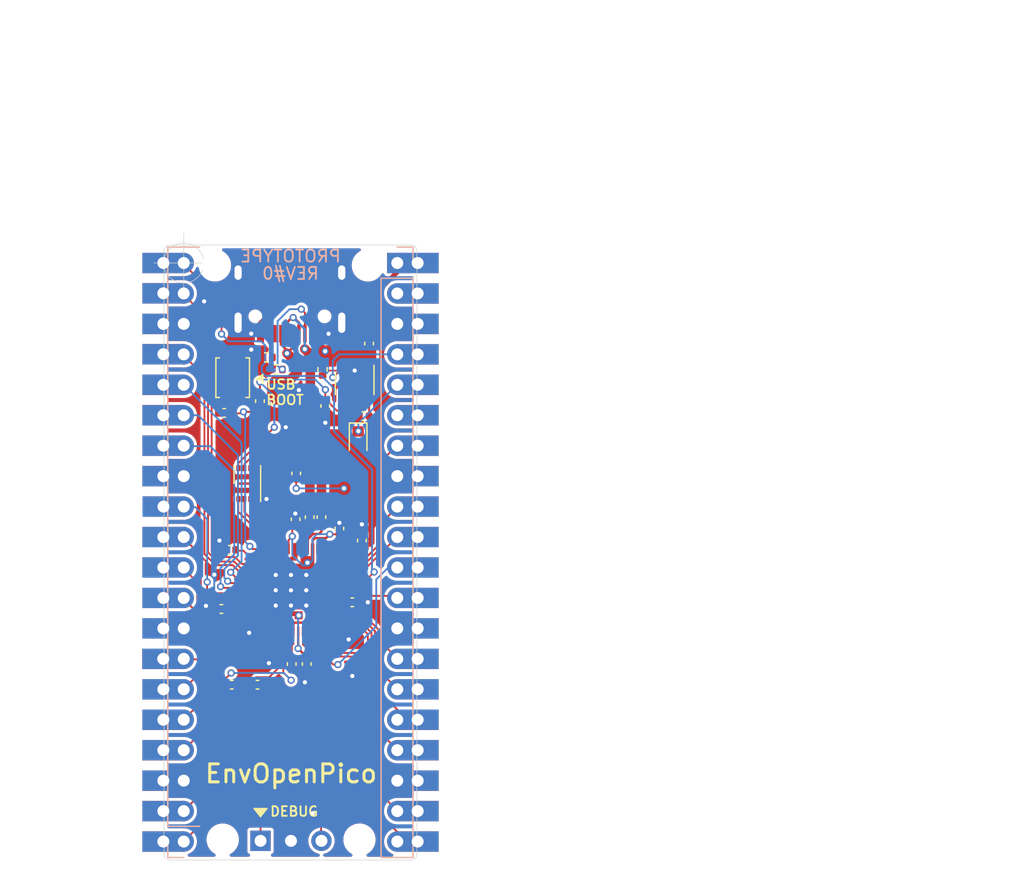
<source format=kicad_pcb>
(kicad_pcb (version 20171130) (host pcbnew 5.1.9+dfsg1-1~bpo10+1)
  (title_block (title "RP2040 Minimal Design Example") (date 2020-07-13) (rev REV1) (company "Raspberry Pi (Trading) Ltd"))
  (layers (0 F.Cu signal) (31 B.Cu signal) (34 B.Paste user) (35 F.Paste user) (36 B.SilkS user) (37 F.SilkS user) (38 B.Mask user) (39 F.Mask user) (44 Edge.Cuts user))
  (net 0 "")
  (net 1 GND)
  (net 2 VBUS)
  (net 3 /XIN)
  (net 4 +3V3)
  (net 5 +1V1)
  (net 6 /~USB_BOOT)
  (net 7 /GPIO15)
  (net 8 /GPIO14)
  (net 9 /GPIO13)
  (net 10 /GPIO12)
  (net 11 /GPIO11)
  (net 12 /GPIO10)
  (net 13 /GPIO9)
  (net 14 /GPIO8)
  (net 15 /GPIO7)
  (net 16 /GPIO6)
  (net 17 /GPIO5)
  (net 18 /GPIO4)
  (net 19 /GPIO3)
  (net 20 /GPIO2)
  (net 21 /GPIO1)
  (net 22 /GPIO0)
  (net 23 /GPIO28_ADC2)
  (net 24 /GPIO27_ADC1)
  (net 25 /GPIO26_ADC0)
  (net 26 /GPIO25)
  (net 27 /GPIO22)
  (net 28 /GPIO21)
  (net 29 /GPIO20)
  (net 30 /GPIO19)
  (net 31 /GPIO18)
  (net 32 /GPIO17)
  (net 33 /GPIO16)
  (net 34 /RUN)
  (net 35 /SWD)
  (net 36 /SWCLK)
  (net 37 /QSPI_SS)
  (net 38 "Net-(R3-Pad2)")
  (net 39 "Net-(R4-Pad2)")
  (net 40 /QSPI_SD3)
  (net 41 /QSPI_SCLK)
  (net 42 /QSPI_SD0)
  (net 43 /QSPI_SD2)
  (net 44 /QSPI_SD1)
  (net 45 /USB_D+)
  (net 46 /USB_D-)
  (net 47 "Net-(D2-Pad1)")
  (net 48 "Net-(D3-Pad2)")
  (net 49 "Net-(R6-Pad2)")
  (net 50 "Net-(R5-Pad2)")
  (net 51 3V3_EN)
  (net 52 "Net-(e1-Pad3)")
  (net 53 "Net-(e1-Pad9)")
  (net 54 "Net-(FLASH1-Pad9)")
  (net 55 "Net-(J4-Pad6)")
  (net 56 "Net-(J4-Pad2)")
  (net 57 "Net-(U1-Pad4)")
  (net 58 /GPIO29_ADC3)
  (net 59 /GPIO24)
  (net 60 /GPIO23)
  (net 61 /XOUT)
  (net 62 "Net-(X1-Pad1)")
  (module Connector_PinHeader_2.54mm:PinHeader_1x20_P2.54mm_Vertical (layer B.Cu) (at 112.53 58.725 180)
    (fp_text reference J4)
    (fp_text value "2.54mm header 01x20")
    (pad 20 thru_hole oval (at -0.02 -48.26 180) (size 1.7 1.7) (drill 1) (layers *.Cu *.Mask) (net 33 /GPIO16))
    (pad 19 thru_hole oval (at -0.02 -45.72 180) (size 1.7 1.7) (drill 1) (layers *.Cu *.Mask) (net 32 /GPIO17))
    (pad 18 thru_hole oval (at -0.02 -43.18 180) (size 1.7 1.7) (drill 1) (layers *.Cu *.Mask) (net 1 GND))
    (pad 17 thru_hole oval (at -0.02 -40.64 180) (size 1.7 1.7) (drill 1) (layers *.Cu *.Mask) (net 31 /GPIO18))
    (pad 16 thru_hole oval (at -0.02 -38.1 180) (size 1.7 1.7) (drill 1) (layers *.Cu *.Mask) (net 30 /GPIO19))
    (pad 15 thru_hole oval (at -0.02 -35.56 180) (size 1.7 1.7) (drill 1) (layers *.Cu *.Mask) (net 29 /GPIO20))
    (pad 14 thru_hole oval (at -0.02 -33.02 180) (size 1.7 1.7) (drill 1) (layers *.Cu *.Mask) (net 28 /GPIO21))
    (pad 13 thru_hole oval (at -0.02 -30.48 180) (size 1.7 1.7) (drill 1) (layers *.Cu *.Mask) (net 1 GND))
    (pad 12 thru_hole oval (at -0.02 -27.94 180) (size 1.7 1.7) (drill 1) (layers *.Cu *.Mask) (net 27 /GPIO22))
    (pad 11 thru_hole oval (at -0.02 -25.4 180) (size 1.7 1.7) (drill 1) (layers *.Cu *.Mask) (net 34 /RUN))
    (pad 10 thru_hole oval (at -0.02 -22.86 180) (size 1.7 1.7) (drill 1) (layers *.Cu *.Mask) (net 25 /GPIO26_ADC0))
    (pad 9 thru_hole oval (at -0.02 -20.32 180) (size 1.7 1.7) (drill 1) (layers *.Cu *.Mask) (net 24 /GPIO27_ADC1))
    (pad 8 thru_hole oval (at -0.02 -17.78 180) (size 1.7 1.7) (drill 1) (layers *.Cu *.Mask) (net 1 GND))
    (pad 7 thru_hole oval (at -0.02 -15.24 180) (size 1.7 1.7) (drill 1) (layers *.Cu *.Mask) (net 23 /GPIO28_ADC2))
    (pad 6 thru_hole oval (at -0.02 -12.7 180) (size 1.7 1.7) (drill 1) (layers *.Cu *.Mask) (net 55 "Net-(J4-Pad6)"))
    (pad 5 thru_hole oval (at -0.02 -10.16 180) (size 1.7 1.7) (drill 1) (layers *.Cu *.Mask) (net 47 "Net-(D2-Pad1)"))
    (pad 4 thru_hole oval (at -0.02 -7.62 180) (size 1.7 1.7) (drill 1) (layers *.Cu *.Mask) (net 51 3V3_EN))
    (pad 3 thru_hole oval (at -0.02 -5.08 180) (size 1.7 1.7) (drill 1) (layers *.Cu *.Mask) (net 1 GND))
    (pad 2 thru_hole oval (at -0.02 -2.54 180) (size 1.7 1.7) (drill 1) (layers *.Cu *.Mask) (net 56 "Net-(J4-Pad2)"))
    (pad 1 thru_hole rect (at -0.02 0 180) (size 1.7 1.7) (drill 1) (layers *.Cu *.Mask) (net 2 VBUS))
    (pad 17 thru_hole rect (at -1.72 -40.64 180) (size 3.5 1.7) (drill 1) (layers *.Cu *.Mask) (net 31 /GPIO18))
    (pad 18 thru_hole rect (at -1.72 -43.18 180) (size 3.5 1.7) (drill 1) (layers *.Cu *.Mask) (net 1 GND))
    (pad 16 thru_hole rect (at -1.72 -38.1 180) (size 3.5 1.7) (drill 1) (layers *.Cu *.Mask) (net 30 /GPIO19))
    (pad 19 thru_hole rect (at -1.72 -45.72 180) (size 3.5 1.7) (drill 1) (layers *.Cu *.Mask) (net 32 /GPIO17))
    (pad 15 thru_hole rect (at -1.72 -35.56 180) (size 3.5 1.7) (drill 1) (layers *.Cu *.Mask) (net 29 /GPIO20))
    (pad 20 thru_hole rect (at -1.72 -48.26 180) (size 3.5 1.7) (drill 1) (layers *.Cu *.Mask) (net 33 /GPIO16))
    (pad 12 thru_hole rect (at -1.72 -27.94 180) (size 3.5 1.7) (drill 1) (layers *.Cu *.Mask) (net 27 /GPIO22))
    (pad 14 thru_hole rect (at -1.72 -33.02 180) (size 3.5 1.7) (drill 1) (layers *.Cu *.Mask) (net 28 /GPIO21))
    (pad 11 thru_hole rect (at -1.72 -25.4 180) (size 3.5 1.7) (drill 1) (layers *.Cu *.Mask) (net 34 /RUN))
    (pad 7 thru_hole rect (at -1.72 -15.24 180) (size 3.5 1.7) (drill 1) (layers *.Cu *.Mask) (net 23 /GPIO28_ADC2))
    (pad 6 thru_hole rect (at -1.72 -12.7 180) (size 3.5 1.7) (drill 1) (layers *.Cu *.Mask) (net 55 "Net-(J4-Pad6)"))
    (pad 5 thru_hole rect (at -1.72 -10.16 180) (size 3.5 1.7) (drill 1) (layers *.Cu *.Mask) (net 47 "Net-(D2-Pad1)"))
    (pad 2 thru_hole rect (at -1.72 -2.54 180) (size 3.5 1.7) (drill 1) (layers *.Cu *.Mask) (net 56 "Net-(J4-Pad2)"))
    (pad 13 thru_hole rect (at -1.72 -30.48 180) (size 3.5 1.7) (drill 1) (layers *.Cu *.Mask) (net 1 GND))
    (pad 8 thru_hole rect (at -1.72 -17.78 180) (size 3.5 1.7) (drill 1) (layers *.Cu *.Mask) (net 1 GND))
    (pad 3 thru_hole rect (at -1.72 -5.08 180) (size 3.5 1.7) (drill 1) (layers *.Cu *.Mask) (net 1 GND))
    (pad 1 thru_hole rect (at -1.72 0 180) (size 3.5 1.7) (drill 1) (layers *.Cu *.Mask) (net 2 VBUS))
    (pad 9 thru_hole rect (at -1.72 -20.32 180) (size 3.5 1.7) (drill 1) (layers *.Cu *.Mask) (net 24 /GPIO27_ADC1))
    (pad 4 thru_hole rect (at -1.72 -7.62 180) (size 3.5 1.7) (drill 1) (layers *.Cu *.Mask) (net 51 3V3_EN))
    (pad 10 thru_hole rect (at -1.72 -22.86 180) (size 3.5 1.7) (drill 1) (layers *.Cu *.Mask) (net 25 /GPIO26_ADC0))
  )
  (module Connector_PinHeader_2.54mm:PinHeader_1x20_P2.54mm_Vertical (layer B.Cu) (at 94.75 106.985)
    (fp_text reference J3 hide)
    (fp_text value "2.54mm header 01x20")
    (pad 20 thru_hole oval (at 0 -48.26) (size 1.7 1.7) (drill 1) (layers *.Cu *.Mask) (net 22 /GPIO0))
    (pad 19 thru_hole oval (at 0 -45.72) (size 1.7 1.7) (drill 1) (layers *.Cu *.Mask) (net 21 /GPIO1))
    (pad 18 thru_hole rect (at 0 -43.18) (size 1.7 1.7) (drill 1) (layers *.Cu *.Mask) (net 1 GND))
    (pad 17 thru_hole oval (at 0 -40.64) (size 1.7 1.7) (drill 1) (layers *.Cu *.Mask) (net 20 /GPIO2))
    (pad 16 thru_hole oval (at 0 -38.1) (size 1.7 1.7) (drill 1) (layers *.Cu *.Mask) (net 19 /GPIO3))
    (pad 15 thru_hole oval (at 0 -35.56) (size 1.7 1.7) (drill 1) (layers *.Cu *.Mask) (net 18 /GPIO4))
    (pad 14 thru_hole oval (at 0 -33.02) (size 1.7 1.7) (drill 1) (layers *.Cu *.Mask) (net 17 /GPIO5))
    (pad 13 thru_hole rect (at 0 -30.48) (size 1.7 1.7) (drill 1) (layers *.Cu *.Mask) (net 1 GND))
    (pad 12 thru_hole oval (at 0 -27.94) (size 1.7 1.7) (drill 1) (layers *.Cu *.Mask) (net 16 /GPIO6))
    (pad 11 thru_hole oval (at 0 -25.4) (size 1.7 1.7) (drill 1) (layers *.Cu *.Mask) (net 15 /GPIO7))
    (pad 10 thru_hole oval (at 0 -22.86) (size 1.7 1.7) (drill 1) (layers *.Cu *.Mask) (net 14 /GPIO8))
    (pad 9 thru_hole oval (at 0 -20.32) (size 1.7 1.7) (drill 1) (layers *.Cu *.Mask) (net 13 /GPIO9))
    (pad 8 thru_hole rect (at 0 -17.78) (size 1.7 1.7) (drill 1) (layers *.Cu *.Mask) (net 1 GND))
    (pad 7 thru_hole oval (at 0 -15.24) (size 1.7 1.7) (drill 1) (layers *.Cu *.Mask) (net 12 /GPIO10))
    (pad 6 thru_hole oval (at 0 -12.7) (size 1.7 1.7) (drill 1) (layers *.Cu *.Mask) (net 11 /GPIO11))
    (pad 5 thru_hole oval (at 0 -10.16) (size 1.7 1.7) (drill 1) (layers *.Cu *.Mask) (net 10 /GPIO12))
    (pad 4 thru_hole oval (at 0 -7.62) (size 1.7 1.7) (drill 1) (layers *.Cu *.Mask) (net 9 /GPIO13))
    (pad 3 thru_hole rect (at 0 -5.08) (size 1.7 1.7) (drill 1) (layers *.Cu *.Mask) (net 1 GND))
    (pad 2 thru_hole oval (at 0 -2.54) (size 1.7 1.7) (drill 1) (layers *.Cu *.Mask) (net 8 /GPIO14))
    (pad 1 thru_hole circle (at 0 0) (size 1.7 1.7) (drill 1) (layers *.Cu *.Mask) (net 7 /GPIO15))
    (pad 2 thru_hole rect (at -1.7 -2.54) (size 3.5 1.7) (drill 1) (layers *.Cu *.Mask) (net 8 /GPIO14))
    (pad 14 thru_hole rect (at -1.7 -33.02) (size 3.5 1.7) (drill 1) (layers *.Cu *.Mask) (net 17 /GPIO5))
    (pad 4 thru_hole rect (at -1.7 -7.62) (size 3.5 1.7) (drill 1) (layers *.Cu *.Mask) (net 9 /GPIO13))
    (pad 6 thru_hole rect (at -1.7 -12.7) (size 3.5 1.7) (drill 1) (layers *.Cu *.Mask) (net 11 /GPIO11))
    (pad 8 thru_hole rect (at -1.7 -17.78) (size 3.5 1.7) (drill 1) (layers *.Cu *.Mask) (net 1 GND))
    (pad 9 thru_hole rect (at -1.7 -20.32) (size 3.5 1.7) (drill 1) (layers *.Cu *.Mask) (net 13 /GPIO9))
    (pad 15 thru_hole rect (at -1.7 -35.56) (size 3.5 1.7) (drill 1) (layers *.Cu *.Mask) (net 18 /GPIO4))
    (pad 12 thru_hole rect (at -1.69 -27.94) (size 3.5 1.7) (drill 1) (layers *.Cu *.Mask) (net 16 /GPIO6))
    (pad 16 thru_hole rect (at -1.7 -38.1) (size 3.5 1.7) (drill 1) (layers *.Cu *.Mask) (net 19 /GPIO3))
    (pad 19 thru_hole rect (at -1.7 -45.73) (size 3.5 1.7) (drill 1) (layers *.Cu *.Mask) (net 21 /GPIO1))
    (pad 17 thru_hole rect (at -1.7 -40.65) (size 3.5 1.7) (drill 1) (layers *.Cu *.Mask) (net 20 /GPIO2))
    (pad 7 thru_hole rect (at -1.71 -15.24) (size 3.5 1.7) (drill 1) (layers *.Cu *.Mask) (net 12 /GPIO10))
    (pad 5 thru_hole rect (at -1.7 -10.16) (size 3.5 1.7) (drill 1) (layers *.Cu *.Mask) (net 10 /GPIO12))
    (pad 11 thru_hole rect (at -1.7 -25.4) (size 3.5 1.7) (drill 1) (layers *.Cu *.Mask) (net 15 /GPIO7))
    (pad 13 thru_hole rect (at -1.7 -30.48) (size 3.5 1.7) (drill 1) (layers *.Cu *.Mask) (net 1 GND))
    (pad 1 thru_hole rect (at -1.7 0) (size 3.5 1.7) (drill 1) (layers *.Cu *.Mask) (net 7 /GPIO15))
    (pad 10 thru_hole rect (at -1.7 -22.86) (size 3.5 1.7) (drill 1) (layers *.Cu *.Mask) (net 14 /GPIO8))
    (pad 18 thru_hole rect (at -1.7 -43.18) (size 3.5 1.7) (drill 1) (layers *.Cu *.Mask) (net 1 GND))
    (pad 3 thru_hole rect (at -1.7 -5.08) (size 3.5 1.7) (drill 1) (layers *.Cu *.Mask) (net 1 GND))
    (pad 20 thru_hole rect (at -1.7 -48.26) (size 3.5 1.7) (drill 1) (layers *.Cu *.Mask) (net 22 /GPIO0))
  )
  (module Package_SON:SON-8-1EP_3x2mm_P0.5mm_EP1.4x1.6mm (layer F.Cu) (at 100.05 77.125 90)
    (fp_text reference FLASH1)
    (fp_text value W25Q16JVUXIQ)
    (pad 9 smd rect (at 0 0 90) (size 0.2 1.6) (layers F.Cu F.Mask) (net 54 "Net-(FLASH1-Pad9)"))
    (pad 8 smd roundrect (at 1.2875 -0.75 90) (size 0.525 0.35) (layers F.Cu F.Paste F.Mask) (net 4 +3V3))
    (pad 7 smd roundrect (at 1.2875 -0.25 90) (size 0.525 0.35) (layers F.Cu F.Paste F.Mask) (net 40 /QSPI_SD3))
    (pad 6 smd roundrect (at 1.2875 0.25 90) (size 0.525 0.35) (layers F.Cu F.Paste F.Mask) (net 41 /QSPI_SCLK))
    (pad 5 smd roundrect (at 1.2875 0.75 90) (size 0.525 0.35) (layers F.Cu F.Paste F.Mask) (net 42 /QSPI_SD0))
    (pad 4 smd roundrect (at -1.2875 0.75 90) (size 0.525 0.35) (layers F.Cu F.Paste F.Mask) (net 1 GND))
    (pad 3 smd roundrect (at -1.2875 0.25 90) (size 0.525 0.35) (layers F.Cu F.Paste F.Mask) (net 43 /QSPI_SD2))
    (pad 2 smd roundrect (at -1.2875 -0.25 90) (size 0.525 0.35) (layers F.Cu F.Paste F.Mask) (net 44 /QSPI_SD1))
    (pad 1 smd roundrect (at -1.2875 -0.75 90) (size 0.525 0.35) (layers F.Cu F.Paste F.Mask) (net 37 /QSPI_SS))
  )
  (module HRO-TYPE-C31-M-12:HRO-TYPE-C-31-M-12 (layer F.Cu) (at 103.6 56.925 180)
    (fp_text reference e1)
    (fp_text value TYPE-C-31-M-12)
    (pad 12 smd rect (at 3.225 -7.695 180) (size 0.6 1.45) (layers F.Cu F.Paste F.Mask) (net 1 GND))
    (pad 1 smd rect (at -3.225 -7.695 180) (size 0.6 1.45) (layers F.Cu F.Paste F.Mask) (net 1 GND))
    (pad 11 smd rect (at 2.45 -7.695 180) (size 0.6 1.45) (layers F.Cu F.Paste F.Mask) (net 2 VBUS))
    (pad 2 smd rect (at -2.45 -7.695 180) (size 0.6 1.45) (layers F.Cu F.Paste F.Mask) (net 2 VBUS))
    (pad 3 smd rect (at -1.75 -7.695 180) (size 0.3 1.45) (layers F.Cu F.Paste F.Mask) (net 52 "Net-(e1-Pad3)"))
    (pad 10 smd rect (at 1.75 -7.695 180) (size 0.3 1.45) (layers F.Cu F.Paste F.Mask) (net 49 "Net-(R6-Pad2)"))
    (pad 4 smd rect (at -1.25 -7.695 180) (size 0.3 1.45) (layers F.Cu F.Paste F.Mask) (net 50 "Net-(R5-Pad2)"))
    (pad 9 smd rect (at 1.25 -7.695 180) (size 0.3 1.45) (layers F.Cu F.Paste F.Mask) (net 53 "Net-(e1-Pad9)"))
    (pad 5 smd rect (at -0.75 -7.695 180) (size 0.3 1.45) (layers F.Cu F.Paste F.Mask) (net 46 /USB_D-))
    (pad 8 smd rect (at 0.75 -7.695 180) (size 0.3 1.45) (layers F.Cu F.Paste F.Mask) (net 45 /USB_D+))
    (pad 7 smd rect (at 0.25 -7.695 180) (size 0.3 1.45) (layers F.Cu F.Paste F.Mask) (net 46 /USB_D-))
    (pad 6 smd rect (at -0.25 -7.695 180) (size 0.3 1.45) (layers F.Cu F.Paste F.Mask) (net 45 /USB_D+))
    (pad "" np_thru_hole circle (at 2.89 -6.25 180) (size 0.65 0.65) (drill 0.65) (layers *.Cu *.Mask))
    (pad "" np_thru_hole circle (at -2.89 -6.25 180) (size 0.65 0.65) (drill 0.65) (layers *.Cu *.Mask))
    (pad 13 thru_hole oval (at -4.32 -6.78 180) (size 1 2.1) (drill oval 0.6 1.7) (layers *.Cu B.Mask) (net 1 GND))
    (pad 13 thru_hole oval (at 4.32 -6.78 180) (size 1 2.1) (drill oval 0.6 1.7) (layers *.Cu B.Mask) (net 1 GND))
    (pad 13 thru_hole oval (at -4.32 -2.6 180) (size 1 1.6) (drill oval 0.6 1.2) (layers *.Cu B.Mask) (net 1 GND))
    (pad 13 thru_hole oval (at 4.32 -2.6 180) (size 1 1.6) (drill oval 0.6 1.2) (layers *.Cu B.Mask) (net 1 GND))
  )
  (module Diode_SMD:D_0603_1608Metric (layer F.Cu) (at 109.29 73.56 270)
    (fp_text reference D2)
    (fp_text value "0603 Diode 1N58")
    (pad 2 smd roundrect (at 0.7875 0 270) (size 0.875 0.95) (layers F.Cu F.Paste F.Mask) (net 4 +3V3))
    (pad 1 smd roundrect (at -0.7875 0 270) (size 0.875 0.95) (layers F.Cu F.Paste F.Mask) (net 47 "Net-(D2-Pad1)"))
  )
  (module Resistor_SMD:R_0402_1005Metric (layer F.Cu) (at 106.32 67.6 270)
    (fp_text reference R7)
    (fp_text value 100K)
    (pad 2 smd roundrect (at 0.51 0 270) (size 0.54 0.64) (layers F.Cu F.Paste F.Mask) (net 51 3V3_EN))
    (pad 1 smd roundrect (at -0.51 0 270) (size 0.54 0.64) (layers F.Cu F.Paste F.Mask) (net 2 VBUS))
  )
  (module Resistor_SMD:R_0402_1005Metric (layer F.Cu) (at 101.64 66.6)
    (fp_text reference R6)
    (fp_text value 5.1K)
    (pad 2 smd roundrect (at 0.51 0) (size 0.54 0.64) (layers F.Cu F.Paste F.Mask) (net 49 "Net-(R6-Pad2)"))
    (pad 1 smd roundrect (at -0.51 0) (size 0.54 0.64) (layers F.Cu F.Paste F.Mask) (net 1 GND))
  )
  (module Resistor_SMD:R_0402_1005Metric (layer F.Cu) (at 102.46 67.61)
    (fp_text reference R5)
    (fp_text value 5.1K)
    (pad 2 smd roundrect (at 0.51 0) (size 0.54 0.64) (layers F.Cu F.Paste F.Mask) (net 50 "Net-(R5-Pad2)"))
    (pad 1 smd roundrect (at -0.51 0) (size 0.54 0.64) (layers F.Cu F.Paste F.Mask) (net 1 GND))
  )
  (module Button_Switch_SMD:SW_SPST_B3U-1000P (layer F.Cu) (at 98.83 68.29 90)
    (fp_text reference J2)
    (fp_text value B3U-1000P)
    (pad 2 smd rect (at 1.7 0 90) (size 0.9 1.7) (layers F.Cu F.Paste F.Mask) (net 1 GND))
    (pad 1 smd rect (at -1.7 0 90) (size 0.9 1.7) (layers F.Cu F.Paste F.Mask) (net 6 /~USB_BOOT))
  )
  (module Capacitor_SMD:C_0402_1005Metric (layer F.Cu) (at 101.1 70.25 270)
    (fp_text reference R2)
    (fp_text value DNF)
    (pad 2 smd roundrect (at 0.48 0 270) (size 0.56 0.62) (layers F.Cu F.Paste F.Mask) (net 37 /QSPI_SS))
    (pad 1 smd roundrect (at -0.48 0 270) (size 0.56 0.62) (layers F.Cu F.Paste F.Mask) (net 4 +3V3))
  )
  (module Package_TO_SOT_SMD:SOT-23-5 (layer F.Cu) (at 109 68.8 270)
    (fp_text reference U1)
    (fp_text value SPX3819M5-L-3-3)
    (pad 5 smd rect (at 1.1 -0.95 270) (size 1.06 0.65) (layers F.Cu F.Paste F.Mask) (net 4 +3V3))
    (pad 4 smd rect (at 1.1 0.95 270) (size 1.06 0.65) (layers F.Cu F.Paste F.Mask) (net 57 "Net-(U1-Pad4)"))
    (pad 3 smd rect (at -1.1 0.95 270) (size 1.06 0.65) (layers F.Cu F.Paste F.Mask) (net 51 3V3_EN))
    (pad 2 smd rect (at -1.1 0 270) (size 1.06 0.65) (layers F.Cu F.Paste F.Mask) (net 1 GND))
    (pad 1 smd rect (at -1.1 -0.95 270) (size 1.06 0.65) (layers F.Cu F.Paste F.Mask) (net 2 VBUS))
  )
  (module Capacitor_SMD:C_0402_1005Metric (layer F.Cu) (at 106.55 70.65 270)
    (fp_text reference C8)
    (fp_text value 100n)
    (pad 2 smd roundrect (at 0.48 0 270) (size 0.56 0.62) (layers F.Cu F.Paste F.Mask) (net 1 GND))
    (pad 1 smd roundrect (at -0.48 0 270) (size 0.56 0.62) (layers F.Cu F.Paste F.Mask) (net 4 +3V3))
  )
  (module Capacitor_SMD:C_0402_1005Metric (layer F.Cu) (at 109.725 71.5 180)
    (fp_text reference C4)
    (fp_text value 10u)
    (pad 2 smd roundrect (at 0.48 0 180) (size 0.56 0.62) (layers F.Cu F.Paste F.Mask) (net 1 GND))
    (pad 1 smd roundrect (at -0.48 0 180) (size 0.56 0.62) (layers F.Cu F.Paste F.Mask) (net 4 +3V3))
  )
  (module Crystal:Crystal_SMD_SeikoEpson_TSX3225-4Pin_3.2x2.5mm (layer F.Cu) (at 99.525 96.15)
    (fp_text reference X1)
    (fp_text value "XO 32 12Mhz 3225 seiko")
    (pad 4 smd rect (at -1.1 -0.8) (size 1.4 1.15) (layers F.Cu F.Paste F.Mask) (net 4 +3V3))
    (pad 3 smd rect (at 1.1 -0.8) (size 1.4 1.15) (layers F.Cu F.Paste F.Mask) (net 3 /XIN))
    (pad 2 smd rect (at 1.1 0.8) (size 1.4 1.15) (layers F.Cu F.Paste F.Mask) (net 1 GND))
    (pad 1 smd rect (at -1.1 0.8) (size 1.4 1.15) (layers F.Cu F.Paste F.Mask) (net 62 "Net-(X1-Pad1)"))
  )
  (module MountingHole:MountingHole_2.2mm_M2 (layer F.Cu) (at 110.1 58.925)
    (fp_text reference H1)
    (fp_text value MountingHole)
    (pad 1 np_thru_hole circle (at 0 0) (size 2.2 2.2) (drill 2.2) (layers *.Cu *.Mask))
  )
  (module MountingHole:MountingHole_2.2mm_M2 (layer F.Cu) (at 97.35 58.925)
    (fp_text reference H4)
    (fp_text value MountingHole)
    (pad 1 np_thru_hole circle (at 0 0) (size 2.2 2.2) (drill 2.2) (layers *.Cu *.Mask))
  )
  (module MountingHole:MountingHole_2.2mm_M2 (layer F.Cu) (at 109.4 106.825)
    (fp_text reference H3)
    (fp_text value MountingHole)
    (pad 1 np_thru_hole circle (at 0 0) (size 2.2 2.2) (drill 2.2) (layers *.Cu *.Mask))
  )
  (module MountingHole:MountingHole_2.2mm_M2 (layer F.Cu) (at 98 106.825)
    (fp_text reference H2)
    (fp_text value MountingHole)
    (pad 1 np_thru_hole circle (at 0 0) (size 2.2 2.2) (drill 2.2) (layers *.Cu *.Mask))
  )
  (module Capacitor_SMD:C_0402_1005Metric (layer F.Cu) (at 104.075 80.1 90)
    (fp_text reference C3)
    (fp_text value 1u)
    (pad 2 smd roundrect (at 0.48 0 90) (size 0.56 0.62) (layers F.Cu F.Paste F.Mask) (net 1 GND))
    (pad 1 smd roundrect (at -0.48 0 90) (size 0.56 0.62) (layers F.Cu F.Paste F.Mask) (net 5 +1V1))
  )
  (module Capacitor_SMD:C_0402_1005Metric (layer F.Cu) (at 97.89 87.585 180)
    (fp_text reference C17)
    (fp_text value 10u)
    (pad 2 smd roundrect (at 0.48 0 180) (size 0.56 0.62) (layers F.Cu F.Paste F.Mask) (net 1 GND))
    (pad 1 smd roundrect (at -0.48 0 180) (size 0.56 0.62) (layers F.Cu F.Paste F.Mask) (net 4 +3V3))
  )
  (module Capacitor_SMD:C_0402_1005Metric (layer F.Cu) (at 98.75 93.9)
    (fp_text reference C15)
    (fp_text value 100n)
    (pad 2 smd roundrect (at 0.48 0) (size 0.56 0.62) (layers F.Cu F.Paste F.Mask) (net 1 GND))
    (pad 1 smd roundrect (at -0.48 0) (size 0.56 0.62) (layers F.Cu F.Paste F.Mask) (net 4 +3V3))
  )
  (module Capacitor_SMD:C_0402_1005Metric (layer F.Cu) (at 109.6 81.875 90)
    (fp_text reference C10)
    (fp_text value 1u)
    (pad 2 smd roundrect (at 0.48 0 90) (size 0.56 0.62) (layers F.Cu F.Paste F.Mask) (net 1 GND))
    (pad 1 smd roundrect (at -0.48 0 90) (size 0.56 0.62) (layers F.Cu F.Paste F.Mask) (net 4 +3V3))
  )
  (module Capacitor_SMD:C_0402_1005Metric (layer F.Cu) (at 103.75 92.175 270)
    (fp_text reference C14)
    (fp_text value 100n)
    (pad 2 smd roundrect (at 0.48 0 270) (size 0.56 0.62) (layers F.Cu F.Paste F.Mask) (net 1 GND))
    (pad 1 smd roundrect (at -0.48 0 270) (size 0.56 0.62) (layers F.Cu F.Paste F.Mask) (net 4 +3V3))
  )
  (module Capacitor_SMD:C_0402_1005Metric (layer F.Cu) (at 108.8 87.025)
    (fp_text reference C13)
    (fp_text value 100n)
    (pad 2 smd roundrect (at 0.48 0) (size 0.56 0.62) (layers F.Cu F.Paste F.Mask) (net 1 GND))
    (pad 1 smd roundrect (at -0.48 0) (size 0.56 0.62) (layers F.Cu F.Paste F.Mask) (net 4 +3V3))
  )
  (module Capacitor_SMD:C_0402_1005Metric (layer F.Cu) (at 106.23 79.925 270)
    (fp_text reference R4)
    (fp_text value " 27Ohms 0402 Resistor")
    (pad 2 smd roundrect (at 0.48 0 270) (size 0.56 0.62) (layers F.Cu F.Paste F.Mask) (net 39 "Net-(R4-Pad2)"))
    (pad 1 smd roundrect (at -0.48 0 270) (size 0.56 0.62) (layers F.Cu F.Paste F.Mask) (net 46 /USB_D-))
  )
  (module Capacitor_SMD:C_0402_1005Metric (layer F.Cu) (at 105.25 79.925 270)
    (fp_text reference R3)
    (fp_text value " 27Ohms  0402 Resistor")
    (pad 2 smd roundrect (at 0.48 0 270) (size 0.56 0.62) (layers F.Cu F.Paste F.Mask) (net 38 "Net-(R3-Pad2)"))
    (pad 1 smd roundrect (at -0.48 0 270) (size 0.56 0.62) (layers F.Cu F.Paste F.Mask) (net 45 /USB_D+))
  )
  (module Capacitor_SMD:C_0402_1005Metric (layer F.Cu) (at 98.12 71.23 180)
    (fp_text reference R1)
    (fp_text value 1k)
    (pad 2 smd roundrect (at 0.48 0 180) (size 0.56 0.62) (layers F.Cu F.Paste F.Mask) (net 6 /~USB_BOOT))
    (pad 1 smd roundrect (at -0.48 0 180) (size 0.56 0.62) (layers F.Cu F.Paste F.Mask) (net 37 /QSPI_SS))
  )
  (module Capacitor_SMD:C_0402_1005Metric (layer F.Cu) (at 98.6 82.65 180)
    (fp_text reference C11)
    (fp_text value 100n)
    (pad 2 smd roundrect (at 0.48 0 180) (size 0.56 0.62) (layers F.Cu F.Paste F.Mask) (net 1 GND))
    (pad 1 smd roundrect (at -0.48 0 180) (size 0.56 0.62) (layers F.Cu F.Paste F.Mask) (net 4 +3V3))
  )
  (module Capacitor_SMD:C_0402_1005Metric (layer F.Cu) (at 107.725 80.875 90)
    (fp_text reference C7)
    (fp_text value 100n)
    (pad 2 smd roundrect (at 0.48 0 90) (size 0.56 0.62) (layers F.Cu F.Paste F.Mask) (net 1 GND))
    (pad 1 smd roundrect (at -0.48 0 90) (size 0.56 0.62) (layers F.Cu F.Paste F.Mask) (net 5 +1V1))
  )
  (module Capacitor_SMD:C_0402_1005Metric (layer F.Cu) (at 105 92.175 270)
    (fp_text reference C6)
    (fp_text value 100n)
    (pad 2 smd roundrect (at 0.48 0 270) (size 0.56 0.62) (layers F.Cu F.Paste F.Mask) (net 1 GND))
    (pad 1 smd roundrect (at -0.48 0 270) (size 0.56 0.62) (layers F.Cu F.Paste F.Mask) (net 5 +1V1))
  )
  (module Capacitor_SMD:C_0402_1005Metric (layer F.Cu) (at 104.125 76.275 90)
    (fp_text reference C5)
    (fp_text value 100n)
    (pad 2 smd roundrect (at 0.48 0 90) (size 0.56 0.62) (layers F.Cu F.Paste F.Mask) (net 1 GND))
    (pad 1 smd roundrect (at -0.48 0 90) (size 0.56 0.62) (layers F.Cu F.Paste F.Mask) (net 4 +3V3))
  )
  (module Capacitor_SMD:C_0402_1005Metric (layer F.Cu) (at 100.9 93.9 180)
    (fp_text reference C2)
    (fp_text value 15p)
    (pad 2 smd roundrect (at 0.48 0 180) (size 0.56 0.62) (layers F.Cu F.Paste F.Mask) (net 3 /XIN))
    (pad 1 smd roundrect (at -0.48 0 180) (size 0.56 0.62) (layers F.Cu F.Paste F.Mask) (net 1 GND))
  )
  (module Capacitor_SMD:C_0402_1005Metric (layer F.Cu) (at 110.2 65.445 90)
    (fp_text reference C1)
    (fp_text value 10u)
    (pad 2 smd roundrect (at 0.48 0 90) (size 0.56 0.62) (layers F.Cu F.Paste F.Mask) (net 1 GND))
    (pad 1 smd roundrect (at -0.48 0 90) (size 0.56 0.62) (layers F.Cu F.Paste F.Mask) (net 2 VBUS))
  )
  (module Resistor_SMD:R_0402_1005Metric (layer F.Cu) (at 109.55 85.425 180)
    (fp_text reference R8)
    (fp_text value 470)
    (pad 2 smd roundrect (at 0.51 0 180) (size 0.54 0.64) (layers F.Cu F.Paste F.Mask) (net 26 /GPIO25))
    (pad 1 smd roundrect (at -0.51 0 180) (size 0.54 0.64) (layers F.Cu F.Paste F.Mask) (net 48 "Net-(D3-Pad2)"))
  )
  (module LED_SMD:LED_0402_1005Metric (layer F.Cu) (at 97.9 63.05 270)
    (fp_text reference D3)
    (fp_text value "LED 0402 YELLOW")
    (pad 2 smd roundrect (at 0.485 0 270) (size 0.59 0.64) (layers F.Cu F.Paste F.Mask) (net 48 "Net-(D3-Pad2)"))
    (pad 1 smd roundrect (at -0.485 0 270) (size 0.59 0.64) (layers F.Cu F.Paste F.Mask) (net 1 GND))
  )
  (module RP2040_minimal:RP2040-QFN-56 (layer F.Cu) (at 103.69 86.025)
    (fp_text reference U3)
    (fp_text value RP2040)
    (pad 56 smd roundrect (at -2.6 -3.4375) (size 0.2 0.875) (layers F.Cu F.Paste F.Mask) (net 37 /QSPI_SS))
    (pad 55 smd roundrect (at -2.2 -3.4375) (size 0.2 0.875) (layers F.Cu F.Paste F.Mask) (net 44 /QSPI_SD1))
    (pad 54 smd roundrect (at -1.8 -3.4375) (size 0.2 0.875) (layers F.Cu F.Paste F.Mask) (net 43 /QSPI_SD2))
    (pad 53 smd roundrect (at -1.4 -3.4375) (size 0.2 0.875) (layers F.Cu F.Paste F.Mask) (net 42 /QSPI_SD0))
    (pad 52 smd roundrect (at -1 -3.4375) (size 0.2 0.875) (layers F.Cu F.Paste F.Mask) (net 41 /QSPI_SCLK))
    (pad 51 smd roundrect (at -0.6 -3.4375) (size 0.2 0.875) (layers F.Cu F.Paste F.Mask) (net 40 /QSPI_SD3))
    (pad 50 smd roundrect (at -0.2 -3.4375) (size 0.2 0.875) (layers F.Cu F.Paste F.Mask) (net 5 +1V1))
    (pad 49 smd roundrect (at 0.2 -3.4375) (size 0.2 0.875) (layers F.Cu F.Paste F.Mask) (net 4 +3V3))
    (pad 48 smd roundrect (at 0.6 -3.4375) (size 0.2 0.875) (layers F.Cu F.Paste F.Mask) (net 4 +3V3))
    (pad 47 smd roundrect (at 1 -3.4375) (size 0.2 0.875) (layers F.Cu F.Paste F.Mask) (net 38 "Net-(R3-Pad2)"))
    (pad 46 smd roundrect (at 1.4 -3.4375) (size 0.2 0.875) (layers F.Cu F.Paste F.Mask) (net 39 "Net-(R4-Pad2)"))
    (pad 45 smd roundrect (at 1.8 -3.4375) (size 0.2 0.875) (layers F.Cu F.Paste F.Mask) (net 5 +1V1))
    (pad 44 smd roundrect (at 2.2 -3.4375) (size 0.2 0.875) (layers F.Cu F.Paste F.Mask) (net 4 +3V3))
    (pad 43 smd roundrect (at 2.6 -3.4375) (size 0.2 0.875) (layers F.Cu F.Paste F.Mask) (net 4 +3V3))
    (pad 42 smd roundrect (at 3.4375 -2.6) (size 0.875 0.2) (layers F.Cu F.Paste F.Mask) (net 4 +3V3))
    (pad 41 smd roundrect (at 3.4375 -2.2) (size 0.875 0.2) (layers F.Cu F.Paste F.Mask) (net 58 /GPIO29_ADC3))
    (pad 40 smd roundrect (at 3.4375 -1.8) (size 0.875 0.2) (layers F.Cu F.Paste F.Mask) (net 23 /GPIO28_ADC2))
    (pad 39 smd roundrect (at 3.4375 -1.4) (size 0.875 0.2) (layers F.Cu F.Paste F.Mask) (net 24 /GPIO27_ADC1))
    (pad 38 smd roundrect (at 3.4375 -1) (size 0.875 0.2) (layers F.Cu F.Paste F.Mask) (net 25 /GPIO26_ADC0))
    (pad 37 smd roundrect (at 3.4375 -0.6) (size 0.875 0.2) (layers F.Cu F.Paste F.Mask) (net 26 /GPIO25))
    (pad 36 smd roundrect (at 3.4375 -0.2) (size 0.875 0.2) (layers F.Cu F.Paste F.Mask) (net 59 /GPIO24))
    (pad 35 smd roundrect (at 3.4375 0.2) (size 0.875 0.2) (layers F.Cu F.Paste F.Mask) (net 60 /GPIO23))
    (pad 34 smd roundrect (at 3.4375 0.6) (size 0.875 0.2) (layers F.Cu F.Paste F.Mask) (net 27 /GPIO22))
    (pad 33 smd roundrect (at 3.4375 1) (size 0.875 0.2) (layers F.Cu F.Paste F.Mask) (net 4 +3V3))
    (pad 32 smd roundrect (at 3.4375 1.4) (size 0.875 0.2) (layers F.Cu F.Paste F.Mask) (net 28 /GPIO21))
    (pad 31 smd roundrect (at 3.4375 1.8) (size 0.875 0.2) (layers F.Cu F.Paste F.Mask) (net 29 /GPIO20))
    (pad 30 smd roundrect (at 3.4375 2.2) (size 0.875 0.2) (layers F.Cu F.Paste F.Mask) (net 30 /GPIO19))
    (pad 29 smd roundrect (at 3.4375 2.6) (size 0.875 0.2) (layers F.Cu F.Paste F.Mask) (net 31 /GPIO18))
    (pad 28 smd roundrect (at 2.6 3.4375) (size 0.2 0.875) (layers F.Cu F.Paste F.Mask) (net 32 /GPIO17))
    (pad 27 smd roundrect (at 2.2 3.4375) (size 0.2 0.875) (layers F.Cu F.Paste F.Mask) (net 33 /GPIO16))
    (pad 26 smd roundrect (at 1.8 3.4375) (size 0.2 0.875) (layers F.Cu F.Paste F.Mask) (net 34 /RUN))
    (pad 25 smd roundrect (at 1.4 3.4375) (size 0.2 0.875) (layers F.Cu F.Paste F.Mask) (net 35 /SWD))
    (pad 24 smd roundrect (at 1 3.4375) (size 0.2 0.875) (layers F.Cu F.Paste F.Mask) (net 36 /SWCLK))
    (pad 23 smd roundrect (at 0.6 3.4375) (size 0.2 0.875) (layers F.Cu F.Paste F.Mask) (net 5 +1V1))
    (pad 22 smd roundrect (at 0.2 3.4375) (size 0.2 0.875) (layers F.Cu F.Paste F.Mask) (net 4 +3V3))
    (pad 21 smd roundrect (at -0.2 3.4375) (size 0.2 0.875) (layers F.Cu F.Paste F.Mask) (net 61 /XOUT))
    (pad 20 smd roundrect (at -0.6 3.4375) (size 0.2 0.875) (layers F.Cu F.Paste F.Mask) (net 3 /XIN))
    (pad 19 smd roundrect (at -1 3.4375) (size 0.2 0.875) (layers F.Cu F.Paste F.Mask) (net 1 GND))
    (pad 18 smd roundrect (at -1.4 3.4375) (size 0.2 0.875) (layers F.Cu F.Paste F.Mask) (net 7 /GPIO15))
    (pad 17 smd roundrect (at -1.8 3.4375) (size 0.2 0.875) (layers F.Cu F.Paste F.Mask) (net 8 /GPIO14))
    (pad 16 smd roundrect (at -2.2 3.4375) (size 0.2 0.875) (layers F.Cu F.Paste F.Mask) (net 9 /GPIO13))
    (pad 15 smd roundrect (at -2.6 3.4375) (size 0.2 0.875) (layers F.Cu F.Paste F.Mask) (net 10 /GPIO12))
    (pad 14 smd roundrect (at -3.4375 2.6) (size 0.875 0.2) (layers F.Cu F.Paste F.Mask) (net 11 /GPIO11))
    (pad 13 smd roundrect (at -3.4375 2.2) (size 0.875 0.2) (layers F.Cu F.Paste F.Mask) (net 12 /GPIO10))
    (pad 12 smd roundrect (at -3.4375 1.8) (size 0.875 0.2) (layers F.Cu F.Paste F.Mask) (net 13 /GPIO9))
    (pad 11 smd roundrect (at -3.4375 1.4) (size 0.875 0.2) (layers F.Cu F.Paste F.Mask) (net 14 /GPIO8))
    (pad 10 smd roundrect (at -3.4375 1) (size 0.875 0.2) (layers F.Cu F.Paste F.Mask) (net 4 +3V3))
    (pad 9 smd roundrect (at -3.4375 0.6) (size 0.875 0.2) (layers F.Cu F.Paste F.Mask) (net 15 /GPIO7))
    (pad 8 smd roundrect (at -3.4375 0.2) (size 0.875 0.2) (layers F.Cu F.Paste F.Mask) (net 16 /GPIO6))
    (pad 7 smd roundrect (at -3.4375 -0.2) (size 0.875 0.2) (layers F.Cu F.Paste F.Mask) (net 17 /GPIO5))
    (pad 6 smd roundrect (at -3.4375 -0.6) (size 0.875 0.2) (layers F.Cu F.Paste F.Mask) (net 18 /GPIO4))
    (pad 5 smd roundrect (at -3.4375 -1) (size 0.875 0.2) (layers F.Cu F.Paste F.Mask) (net 19 /GPIO3))
    (pad 4 smd roundrect (at -3.4375 -1.4) (size 0.875 0.2) (layers F.Cu F.Paste F.Mask) (net 20 /GPIO2))
    (pad 3 smd roundrect (at -3.4375 -1.8) (size 0.875 0.2) (layers F.Cu F.Paste F.Mask) (net 21 /GPIO1))
    (pad 2 smd roundrect (at -3.4375 -2.2) (size 0.875 0.2) (layers F.Cu F.Paste F.Mask) (net 22 /GPIO0))
    (pad 1 smd roundrect (at -3.4375 -2.6) (size 0.875 0.2) (layers F.Cu F.Paste F.Mask) (net 4 +3V3))
    (pad 57 thru_hole circle (at 1.275 1.275) (size 0.6 0.6) (drill 0.35) (layers *.Cu) (net 1 GND))
    (pad 57 thru_hole circle (at 0 1.275) (size 0.6 0.6) (drill 0.35) (layers *.Cu) (net 1 GND))
    (pad 57 thru_hole circle (at -1.275 1.275) (size 0.6 0.6) (drill 0.35) (layers *.Cu) (net 1 GND))
    (pad 57 thru_hole circle (at 1.275 0) (size 0.6 0.6) (drill 0.35) (layers *.Cu) (net 1 GND))
    (pad 57 thru_hole circle (at 0 0) (size 0.6 0.6) (drill 0.35) (layers *.Cu) (net 1 GND))
    (pad 57 thru_hole circle (at -1.275 0) (size 0.6 0.6) (drill 0.35) (layers *.Cu) (net 1 GND))
    (pad 57 thru_hole circle (at 1.275 -1.275) (size 0.6 0.6) (drill 0.35) (layers *.Cu) (net 1 GND))
    (pad 57 thru_hole circle (at 0 -1.275) (size 0.6 0.6) (drill 0.35) (layers *.Cu) (net 1 GND))
    (pad 57 thru_hole circle (at -1.275 -1.275) (size 0.6 0.6) (drill 0.35) (layers *.Cu) (net 1 GND))
    (pad 57 smd roundrect (at 0 0) (size 3.2 3.2) (layers F.Cu F.Mask) (roundrect_rratio 0.045) (net 1 GND))
  )
  (module Connector_PinHeader_2.54mm:PinHeader_1x03_P2.54mm_Vertical (layer F.Cu) (at 101.15 106.925 90)
    (fp_text reference J5)
    (fp_text value Conn_01x03_Male)
    (pad 3 thru_hole oval (at 0 5.08 90) (size 1.7 1.7) (drill 1) (layers *.Cu *.Mask) (net 35 /SWD))
    (pad 2 thru_hole oval (at 0 2.54 90) (size 1.7 1.7) (drill 1) (layers *.Cu *.Mask) (net 1 GND))
    (pad 1 thru_hole rect (at 0 0 90) (size 1.7 1.7) (drill 1) (layers *.Cu *.Mask) (net 36 /SWCLK))
  )
  (target plus (at 94.75 58.725) (size 5) (width 0.05) (layer Edge.Cuts))
  (gr_text REV#0 (at 103.65 59.6) (layer B.SilkS) (effects (font (size 1 1)) (justify mirror)))
  (gr_text PROTOTYPE (at 103.65 58.15) (layer B.SilkS) (effects (font (size 1 1)) (justify mirror)))
  (gr_poly (pts (xy 100.75 68.4) (xy 101.35 68) (xy 101.35 68.8)) (layer F.SilkS) (width 0.1))
  (gr_poly (pts (xy 101.15 104.925) (xy 100.6 104.225) (xy 101.7 104.225)) (layer F.SilkS) (width 0.1))
  (gr_text DEBUG (at 103.95 104.475) (layer F.SilkS) (effects (font (size 0.8 0.8) (thickness 0.153))))
  (gr_text "USB\nBOOT" (at 101.55 69.5) (layer F.SilkS) (effects (font (size 0.8 0.8)) (justify left)))
  (gr_arc (start 113.69 108.025) (end 113.69 108.525) (angle -90) (layer Edge.Cuts) (width 0.05))
  (gr_arc (start 93.6 108.025) (end 93.1 108.025) (angle -90) (layer Edge.Cuts) (width 0.05))
  (gr_arc (start 93.6 57.725) (end 93.6 57.225) (angle -90) (layer Edge.Cuts) (width 0.05))
  (gr_arc (start 113.69 57.725) (end 114.19 57.725) (angle -90) (layer Edge.Cuts) (width 0.05))
  (gr_text EnvOpenPico (at 103.7 101.325) (layer F.SilkS) (effects (font (size 1.5 1.5) (thickness 0.25))))
  (gr_line (start 114.19 108.025) (end 114.19 57.725) (layer Edge.Cuts) (width 0.05))
  (gr_line (start 93.6 57.225) (end 113.69 57.225) (layer Edge.Cuts) (width 0.05))
  (gr_line (start 93.1 108.025) (end 93.1 57.725) (layer Edge.Cuts) (width 0.05))
  (gr_line (start 93.6 108.525) (end 113.69 108.525) (layer Edge.Cuts) (width 0.05))
  (via (at 104.05 79.625) (size 0.6) (drill 0.35) (layers F.Cu B.Cu) (net 1))
  (via (at 107.725 80.4) (size 0.6) (drill 0.35) (layers F.Cu B.Cu) (net 1))
  (via (at 109 67.7) (size 0.6) (drill 0.35) (layers F.Cu B.Cu) (net 1))
  (via (at 106.825 64.625) (size 0.6) (drill 0.35) (layers F.Cu B.Cu) (net 1))
  (via (at 110.1 87.025) (size 0.6) (drill 0.35) (layers F.Cu B.Cu) (net 1))
  (segment (start 110.1 87.025) (end 109.28 87.025) (width 0.15) (layer F.Cu) (net 1))
  (segment (start 104 92.699998) (end 104.500002 93.2) (width 0.15) (layer F.Cu) (net 1))
  (segment (start 105.2 92.455) (end 105.2 92.700002) (width 0.15) (layer F.Cu) (net 1))
  (segment (start 105 92.700002) (end 104.500002 93.2) (width 0.15) (layer F.Cu) (net 1))
  (via (at 108.5 90.125) (size 0.6) (drill 0.35) (layers F.Cu B.Cu) (net 1))
  (via (at 105.5 104.625) (size 0.6) (drill 0.35) (layers F.Cu B.Cu) (net 1))
  (segment (start 112.59 89.205) (end 112.568 89.205) (width 0.15) (layer F.Cu) (net 1))
  (segment (start 112.568 89.205) (end 110.882 87.519) (width 0.15) (layer F.Cu) (net 1))
  (segment (start 112.59 89.205) (end 112.244 89.205) (width 0.15) (layer B.Cu) (net 1))
  (segment (start 112.244 89.205) (end 110.628 90.821) (width 0.15) (layer B.Cu) (net 1))
  (segment (start 112.59 88.719) (end 111.39 87.519) (width 0.15) (layer B.Cu) (net 1))
  (segment (start 112.59 89.205) (end 112.59 88.719) (width 0.15) (layer B.Cu) (net 1))
  (via (at 96.45 61.925) (size 0.6) (drill 0.35) (layers F.Cu B.Cu) (net 1))
  (via (at 96.6 87.325) (size 0.6) (drill 0.35) (layers F.Cu B.Cu) (net 1))
  (via (at 109.6 80.525) (size 0.6) (drill 0.35) (layers F.Cu B.Cu) (net 1))
  (segment (start 99.625001 59.575) (end 99.575001 59.525) (width 0.15) (layer F.Cu) (net 1))
  (segment (start 100.375 64.62) (end 100.375 64.62) (width 0.4) (layer F.Cu) (net 1))
  (via (at 100.375006 65.950006) (size 0.6) (drill 0.35) (layers F.Cu B.Cu) (net 1))
  (segment (start 109.6 81.495) (end 109.6 80.525) (width 0.15) (layer F.Cu) (net 1))
  (via (at 104.35 69.325) (size 0.6) (drill 0.35) (layers F.Cu B.Cu) (net 1))
  (segment (start 96.86 87.585) (end 96.6 87.325) (width 0.15) (layer F.Cu) (net 1))
  (segment (start 97.41 87.585) (end 96.86 87.585) (width 0.15) (layer F.Cu) (net 1))
  (segment (start 96 82.525) (end 96 83.008808) (width 0.15) (layer F.Cu) (net 1))
  (segment (start 97.291928 84.300736) (end 97.291928 84.725) (width 0.15) (layer F.Cu) (net 1))
  (segment (start 96 83.008808) (end 97.291928 84.300736) (width 0.15) (layer F.Cu) (net 1))
  (via (at 97.291928 84.725) (size 0.6) (drill 0.35) (layers F.Cu B.Cu) (net 1))
  (segment (start 102.69 90.185736) (end 101.85 91.025736) (width 0.15) (layer F.Cu) (net 1))
  (segment (start 102.69 89.4625) (end 102.69 90.185736) (width 0.15) (layer F.Cu) (net 1))
  (segment (start 101.85 91.025736) (end 101.85 92.1) (width 0.15) (layer F.Cu) (net 1))
  (via (at 101.85 92.1) (size 0.6) (drill 0.35) (layers F.Cu B.Cu) (net 1))
  (via (at 108.8 93.175) (size 0.6) (drill 0.35) (layers F.Cu B.Cu) (net 1))
  (via (at 104.85 93.7) (size 0.6) (drill 0.35) (layers F.Cu B.Cu) (net 1))
  (segment (start 104.500002 93.2) (end 104.85 93.549998) (width 0.15) (layer F.Cu) (net 1))
  (segment (start 104.85 93.549998) (end 104.85 93.7) (width 0.15) (layer F.Cu) (net 1))
  (segment (start 100.375 64.62) (end 100.375 65.95) (width 0.4) (layer F.Cu) (net 1))
  (via (at 100.375 64.62) (size 0.6) (drill 0.35) (layers F.Cu B.Cu) (net 1))
  (segment (start 106.55 71.13) (end 106.55 72.050008) (width 0.15) (layer F.Cu) (net 1))
  (via (at 106.55 72.050008) (size 0.6) (drill 0.35) (layers F.Cu B.Cu) (net 1))
  (segment (start 109.245 71.5) (end 107.100008 71.5) (width 0.15) (layer F.Cu) (net 1))
  (segment (start 107.100008 71.5) (end 106.55 72.050008) (width 0.15) (layer F.Cu) (net 1))
  (via (at 100.2 89.575) (size 0.6) (drill 0.35) (layers F.Cu B.Cu) (net 1))
  (via (at 97.725 81.875) (size 0.6) (drill 0.35) (layers F.Cu B.Cu) (net 1))
  (segment (start 98.12 82.65) (end 98.12 82.27) (width 0.15) (layer F.Cu) (net 1))
  (segment (start 98.12 82.27) (end 97.725 81.875) (width 0.15) (layer F.Cu) (net 1))
  (via (at 103.25 72.425) (size 0.6) (drill 0.35) (layers F.Cu B.Cu) (net 1))
  (segment (start 101.95 67.61) (end 101.51 67.61) (width 0.15) (layer F.Cu) (net 1))
  (segment (start 101.13 67.23) (end 101.13 66.6) (width 0.15) (layer F.Cu) (net 1))
  (segment (start 101.51 67.61) (end 101.13 67.23) (width 0.15) (layer F.Cu) (net 1))
  (segment (start 101.13 66.36) (end 100.72 65.95) (width 0.15) (layer F.Cu) (net 1))
  (segment (start 101.13 66.6) (end 101.13 66.36) (width 0.15) (layer F.Cu) (net 1))
  (segment (start 100.72 65.95) (end 100.375012 65.95) (width 0.15) (layer F.Cu) (net 1))
  (segment (start 97.291928 84.725) (end 97.291928 85.863072) (width 0.15) (layer B.Cu) (net 1))
  (segment (start 97.291928 85.863072) (end 97.29 85.865) (width 0.15) (layer B.Cu) (net 1))
  (segment (start 97.29 85.865) (end 97.29 86.655) (width 0.15) (layer B.Cu) (net 1))
  (via (at 101.65 78.412) (size 0.6) (drill 0.35) (layers F.Cu B.Cu) (net 1))
  (segment (start 112.59 58.725) (end 112.59 59.435) (width 0.15) (layer F.Cu) (net 2))
  (segment (start 106.05 64.62) (end 106.05 63.925) (width 0.15) (layer F.Cu) (net 2))
  (segment (start 105.35 63.225) (end 105.35 61.725) (width 0.4) (layer F.Cu) (net 2))
  (segment (start 105.35 61.725) (end 110.3 61.725) (width 0.4) (layer F.Cu) (net 2))
  (segment (start 109.6 62.425) (end 109.3 62.725) (width 0.15) (layer F.Cu) (net 2))
  (segment (start 110.3 61.725) (end 109.6 62.425) (width 0.4) (layer F.Cu) (net 2))
  (segment (start 106.05 63.925) (end 105.35 63.225) (width 0.4) (layer F.Cu) (net 2))
  (segment (start 101.15 63.732996) (end 103.557998 61.324998) (width 0.4) (layer F.Cu) (net 2))
  (segment (start 103.557998 61.324998) (end 104.949998 61.324998) (width 0.4) (layer F.Cu) (net 2))
  (segment (start 101.15 64.62) (end 101.15 63.732996) (width 0.4) (layer F.Cu) (net 2))
  (segment (start 104.949998 61.324998) (end 105.35 61.725) (width 0.4) (layer F.Cu) (net 2))
  (via (at 106.54 66.085) (size 0.6) (drill 0.35) (layers F.Cu B.Cu) (net 2))
  (segment (start 107.53 66.585) (end 107.04 66.585) (width 0.6) (layer F.Cu) (net 2))
  (segment (start 107.04 66.585) (end 106.54 66.085) (width 0.6) (layer F.Cu) (net 2))
  (segment (start 106.05 65.595) (end 106.54 66.085) (width 0.6) (layer F.Cu) (net 2))
  (segment (start 106.05 64.62) (end 106.05 65.595) (width 0.6) (layer F.Cu) (net 2))
  (segment (start 109.25 62.775) (end 109.6 62.425) (width 0.4) (layer F.Cu) (net 2))
  (segment (start 109.25 66.15) (end 109.25 62.775) (width 0.4) (layer F.Cu) (net 2))
  (segment (start 108.975 66.425) (end 109.25 66.15) (width 0.4) (layer F.Cu) (net 2))
  (segment (start 109.95 66.175) (end 110.2 65.925) (width 0.15) (layer F.Cu) (net 2))
  (segment (start 109.95 67.7) (end 109.95 66.175) (width 0.15) (layer F.Cu) (net 2))
  (segment (start 112.53 59.495) (end 110.3 61.725) (width 0.4) (layer F.Cu) (net 2))
  (segment (start 112.53 58.725) (end 112.53 59.495) (width 0.4) (layer F.Cu) (net 2))
  (segment (start 103.09 90.235) (end 103.09 89.4625) (width 0.15) (layer F.Cu) (net 3))
  (segment (start 102.7 90.625) (end 103.09 90.235) (width 0.15) (layer F.Cu) (net 3))
  (segment (start 101.875 93.275) (end 102.7 92.45) (width 0.15) (layer F.Cu) (net 3))
  (segment (start 100.8 93.275) (end 101.875 93.275) (width 0.15) (layer F.Cu) (net 3))
  (segment (start 100.416 93.659) (end 100.8 93.275) (width 0.15) (layer F.Cu) (net 3))
  (segment (start 102.7 92.45) (end 102.7 90.625) (width 0.15) (layer F.Cu) (net 3))
  (segment (start 100.416 95.341) (end 100.416 93.659) (width 0.15) (layer F.Cu) (net 3))
  (via (at 101.1 68.65) (size 0.6) (drill 0.35) (layers F.Cu B.Cu) (net 4))
  (segment (start 107.1275 83.425) (end 107.1275 82.8375) (width 0.15) (layer F.Cu) (net 4))
  (segment (start 100.2525 87.025) (end 101.015 87.025) (width 0.2) (layer F.Cu) (net 4))
  (segment (start 107.1275 87.025) (end 105.94 87.025) (width 0.2) (layer F.Cu) (net 4))
  (segment (start 103.915 88.725) (end 105.318 88.725) (width 0.2) (layer F.Cu) (net 4))
  (segment (start 103.915 88.725) (end 102.828 88.725) (width 0.2) (layer F.Cu) (net 4))
  (segment (start 103.89 88.75) (end 103.915 88.725) (width 0.2) (layer F.Cu) (net 4))
  (segment (start 103.89 89.4625) (end 103.89 88.75) (width 0.2) (layer F.Cu) (net 4))
  (segment (start 106.12 77.525) (end 106.12 77.525) (width 0.15) (layer B.Cu) (net 4))
  (segment (start 108.32 87.025) (end 107.1275 87.025) (width 0.15) (layer F.Cu) (net 4))
  (segment (start 100.2525 83.425) (end 101.025 83.425) (width 0.15) (layer F.Cu) (net 4))
  (segment (start 100.2525 83.425) (end 100.2525 83.2525) (width 0.15) (layer F.Cu) (net 4))
  (segment (start 100.2525 83.2525) (end 100.1125 83.1125) (width 0.15) (layer F.Cu) (net 4))
  (segment (start 100.1125 83.1125) (end 100.05 83.05) (width 0.15) (layer F.Cu) (net 4))
  (segment (start 99.725 82.725) (end 99.155 82.725) (width 0.15) (layer F.Cu) (net 4))
  (segment (start 99.155 82.725) (end 99.08 82.65) (width 0.15) (layer F.Cu) (net 4))
  (segment (start 100.1125 83.1125) (end 99.725 82.725) (width 0.15) (layer F.Cu) (net 4))
  (segment (start 103.7 93.525) (end 103.7 93.525) (width 0.15) (layer F.Cu) (net 4))
  (via (at 103.7 93.525) (size 0.6) (drill 0.35) (layers F.Cu B.Cu) (net 4))
  (segment (start 98.225 95.35) (end 98.225 93.952) (width 0.15) (layer F.Cu) (net 4))
  (segment (start 108.53 83.425) (end 107.1275 83.425) (width 0.15) (layer F.Cu) (net 4))
  (segment (start 109.6 82.355) (end 108.53 83.425) (width 0.15) (layer F.Cu) (net 4))
  (segment (start 108.55 80.225) (end 108.55 80.35) (width 0.15) (layer F.Cu) (net 4))
  (segment (start 108.55 80.35) (end 108.55 82.175) (width 0.15) (layer F.Cu) (net 4))
  (segment (start 110.2 78.575) (end 109.63 79.145) (width 0.15) (layer F.Cu) (net 4))
  (segment (start 109.63 79.145) (end 108.55 80.225) (width 0.15) (layer F.Cu) (net 4))
  (segment (start 110.2 75.105) (end 110.2 74.705) (width 0.15) (layer F.Cu) (net 4))
  (segment (start 110.2 75.105) (end 110.2 78.575) (width 0.15) (layer F.Cu) (net 4))
  (segment (start 108.55 77.965006) (end 108.109994 77.525) (width 0.15) (layer F.Cu) (net 4))
  (segment (start 108.55 80.35) (end 108.55 77.965006) (width 0.15) (layer F.Cu) (net 4))
  (via (at 108.109994 77.525) (size 0.6) (drill 0.35) (layers F.Cu B.Cu) (net 4))
  (segment (start 98.93 87.025) (end 98.37 87.585) (width 0.15) (layer F.Cu) (net 4))
  (segment (start 100.2525 87.025) (end 98.93 87.025) (width 0.15) (layer F.Cu) (net 4))
  (segment (start 103.05 92.875) (end 103.7 93.525) (width 0.15) (layer F.Cu) (net 4))
  (segment (start 103.05 91.9) (end 103.05 92.875) (width 0.15) (layer F.Cu) (net 4))
  (segment (start 103.75 91.695) (end 103.255 91.695) (width 0.15) (layer F.Cu) (net 4))
  (segment (start 103.255 91.695) (end 103.05 91.9) (width 0.15) (layer F.Cu) (net 4))
  (segment (start 103.759267 91.685733) (end 103.75 91.695) (width 0.15) (layer F.Cu) (net 4))
  (segment (start 103.759267 90.628275) (end 103.759267 91.685733) (width 0.15) (layer F.Cu) (net 4))
  (segment (start 103.89 90.497542) (end 103.759267 90.628275) (width 0.15) (layer F.Cu) (net 4))
  (segment (start 103.89 89.4625) (end 103.89 90.497542) (width 0.15) (layer F.Cu) (net 4))
  (segment (start 104.125 77.525) (end 108.109994 77.525) (width 0.15) (layer B.Cu) (net 4))
  (via (at 104.125 77.525) (size 0.6) (drill 0.35) (layers F.Cu B.Cu) (net 4))
  (segment (start 104.125 76.805) (end 104.175 76.755) (width 0.15) (layer F.Cu) (net 4))
  (segment (start 104.125 77.525) (end 104.125 76.805) (width 0.15) (layer F.Cu) (net 4))
  (via (at 98.7 92.925) (size 0.6) (drill 0.35) (layers F.Cu B.Cu) (net 4))
  (segment (start 98.245 94.15) (end 98.245 93.38) (width 0.15) (layer F.Cu) (net 4))
  (segment (start 98.245 93.38) (end 98.7 92.925) (width 0.15) (layer F.Cu) (net 4))
  (segment (start 103.1 92.925) (end 98.7 92.925) (width 0.15) (layer B.Cu) (net 4))
  (segment (start 103.7 93.525) (end 103.1 92.925) (width 0.15) (layer B.Cu) (net 4))
  (segment (start 110.2 73.41) (end 110.205 73.405) (width 0.15) (layer F.Cu) (net 4))
  (segment (start 110.2 75.105) (end 110.2 73.41) (width 0.15) (layer F.Cu) (net 4))
  (segment (start 110.205 73.405) (end 110.205 71.5) (width 0.15) (layer F.Cu) (net 4))
  (segment (start 110.205 73.995) (end 110.205 73.405) (width 0.15) (layer F.Cu) (net 4))
  (segment (start 110.205 70.155) (end 109.95 69.9) (width 0.15) (layer F.Cu) (net 4))
  (segment (start 110.205 71.5) (end 110.205 70.155) (width 0.15) (layer F.Cu) (net 4))
  (segment (start 106.55 70.17) (end 106.645 70.17) (width 0.15) (layer F.Cu) (net 4))
  (segment (start 107.525 71.05) (end 108.425 71.05) (width 0.15) (layer F.Cu) (net 4))
  (segment (start 106.645 70.17) (end 107.525 71.05) (width 0.15) (layer F.Cu) (net 4))
  (segment (start 109.575 69.9) (end 109.95 69.9) (width 0.15) (layer F.Cu) (net 4))
  (segment (start 108.425 71.05) (end 109.575 69.9) (width 0.15) (layer F.Cu) (net 4))
  (via (at 106.56 69.29) (size 0.6) (drill 0.35) (layers F.Cu B.Cu) (net 4))
  (segment (start 106.55 70.17) (end 106.55 69.3) (width 0.15) (layer F.Cu) (net 4))
  (segment (start 106.55 69.3) (end 106.56 69.29) (width 0.15) (layer F.Cu) (net 4))
  (segment (start 101.1 69.77) (end 101.1 68.65) (width 0.15) (layer F.Cu) (net 4))
  (segment (start 110.0475 75.105) (end 109.29 74.3475) (width 0.15) (layer F.Cu) (net 4))
  (segment (start 110.2 75.105) (end 110.0475 75.105) (width 0.15) (layer F.Cu) (net 4))
  (via (at 102.3 72.425) (size 0.6) (drill 0.35) (layers F.Cu B.Cu) (net 4))
  (segment (start 102.3 70.31) (end 102.3 72.425) (width 0.15) (layer B.Cu) (net 4))
  (segment (start 99.3 75.425) (end 99.3 75.8375) (width 0.15) (layer F.Cu) (net 4))
  (segment (start 102.3 72.425) (end 99.3 75.425) (width 0.15) (layer F.Cu) (net 4))
  (segment (start 102.3 69.85) (end 101.1 68.65) (width 0.15) (layer B.Cu) (net 4))
  (segment (start 102.3 72.425) (end 102.3 69.85) (width 0.15) (layer B.Cu) (net 4))
  (segment (start 105.72 68.45) (end 106.56 69.29) (width 0.15) (layer B.Cu) (net 4))
  (segment (start 101.3 68.45) (end 105.72 68.45) (width 0.15) (layer B.Cu) (net 4))
  (segment (start 101.1 68.65) (end 101.3 68.45) (width 0.15) (layer B.Cu) (net 4))
  (via (at 105.065 83.725) (size 0.6) (drill 0.35) (layers F.Cu B.Cu) (net 5))
  (segment (start 104.29 88.1) (end 104.29 88.1) (width 0.15) (layer B.Cu) (net 5))
  (via (at 104.34 88.125) (size 0.6) (drill 0.35) (layers F.Cu B.Cu) (net 5))
  (segment (start 104.84 83.95) (end 105.065 83.725) (width 0.15) (layer B.Cu) (net 5))
  (segment (start 104.665 83.95) (end 104.84 83.95) (width 0.15) (layer B.Cu) (net 5))
  (segment (start 104.665 83.95) (end 105.065 83.95) (width 0.15) (layer B.Cu) (net 5))
  (segment (start 103.8 83.085) (end 103.8 81.525) (width 0.15) (layer B.Cu) (net 5))
  (segment (start 103.49 82.5875) (end 103.49 81.835) (width 0.15) (layer F.Cu) (net 5))
  (segment (start 104.665 83.95) (end 103.8 83.085) (width 0.15) (layer B.Cu) (net 5))
  (segment (start 104.34 88) (end 104.284269 88.055731) (width 0.15) (layer B.Cu) (net 5))
  (via (at 104.284269 90.880277) (size 0.6) (drill 0.35) (layers F.Cu B.Cu) (net 5))
  (segment (start 104.29 89.4625) (end 104.29 90.874546) (width 0.2) (layer F.Cu) (net 5))
  (segment (start 105 91.695) (end 105 91.596008) (width 0.15) (layer F.Cu) (net 5))
  (segment (start 104.284269 90.456013) (end 104.284269 90.880277) (width 0.15) (layer B.Cu) (net 5))
  (segment (start 105 91.596008) (end 104.284269 90.880277) (width 0.2) (layer F.Cu) (net 5))
  (segment (start 104.29 90.874546) (end 104.284269 90.880277) (width 0.15) (layer F.Cu) (net 5))
  (segment (start 104.284269 88.055731) (end 104.284269 90.456013) (width 0.15) (layer B.Cu) (net 5))
  (segment (start 103.49 81.835) (end 103.8 81.525) (width 0.15) (layer F.Cu) (net 5))
  (via (at 103.8 81.525) (size 0.6) (drill 0.35) (layers F.Cu B.Cu) (net 5))
  (via (at 106.925 81.35) (size 0.6) (drill 0.35) (layers F.Cu B.Cu) (net 5))
  (segment (start 106.93 81.355) (end 106.925 81.35) (width 0.15) (layer F.Cu) (net 5))
  (segment (start 107.725 81.355) (end 106.93 81.355) (width 0.15) (layer F.Cu) (net 5))
  (segment (start 105.475 81.725) (end 105.85 81.35) (width 0.15) (layer B.Cu) (net 5))
  (segment (start 105.475 83.55) (end 105.475 81.725) (width 0.15) (layer B.Cu) (net 5))
  (segment (start 105.85 81.35) (end 106.925 81.35) (width 0.15) (layer B.Cu) (net 5))
  (segment (start 105.3 83.725) (end 105.475 83.55) (width 0.15) (layer B.Cu) (net 5))
  (segment (start 105.065 83.725) (end 105.3 83.725) (width 0.15) (layer B.Cu) (net 5))
  (segment (start 106.6 81.675) (end 106.925 81.35) (width 0.2) (layer F.Cu) (net 5))
  (segment (start 105.675 81.675) (end 106.6 81.675) (width 0.2) (layer F.Cu) (net 5))
  (segment (start 105.49 81.86) (end 105.675 81.675) (width 0.2) (layer F.Cu) (net 5))
  (segment (start 105.49 82.5875) (end 105.49 81.86) (width 0.2) (layer F.Cu) (net 5))
  (segment (start 104.025 80.58) (end 104 80.605) (width 0.15) (layer F.Cu) (net 5))
  (segment (start 104.075 80.58) (end 104.025 80.58) (width 0.15) (layer F.Cu) (net 5))
  (segment (start 103.8 80.855) (end 104.075 80.58) (width 0.15) (layer F.Cu) (net 5))
  (segment (start 103.8 81.525) (end 103.8 80.855) (width 0.15) (layer F.Cu) (net 5))
  (segment (start 97.64 71.18) (end 98.83 69.99) (width 0.15) (layer F.Cu) (net 6))
  (segment (start 97.64 71.23) (end 97.64 71.18) (width 0.15) (layer F.Cu) (net 6))
  (segment (start 94.69 107.025) (end 95.925 105.79) (width 0.15) (layer F.Cu) (net 7))
  (segment (start 95.925 103.674278) (end 96.525019 103.074259) (width 0.15) (layer F.Cu) (net 7))
  (segment (start 95.925 105.79) (end 95.925 103.674278) (width 0.15) (layer F.Cu) (net 7))
  (segment (start 96.525019 103.074259) (end 96.525019 96.302815) (width 0.15) (layer F.Cu) (net 7))
  (segment (start 96.525019 96.302815) (end 96.850028 95.977804) (width 0.15) (layer F.Cu) (net 7))
  (segment (start 96.850028 95.977804) (end 96.850028 93.873528) (width 0.15) (layer F.Cu) (net 7))
  (segment (start 102.29 89.93748) (end 101.00246 91.22502) (width 0.15) (layer F.Cu) (net 7))
  (segment (start 102.29 89.4625) (end 102.29 89.93748) (width 0.15) (layer F.Cu) (net 7))
  (segment (start 101.00246 91.22502) (end 99.498536 91.22502) (width 0.15) (layer F.Cu) (net 7))
  (segment (start 99.498536 91.22502) (end 96.850028 93.873528) (width 0.15) (layer F.Cu) (net 7))
  (segment (start 96.22501 102.94999) (end 94.69 104.485) (width 0.15) (layer F.Cu) (net 8))
  (segment (start 96.22501 96.178546) (end 96.22501 102.94999) (width 0.15) (layer F.Cu) (net 8))
  (segment (start 96.55002 93.749258) (end 96.550019 95.853537) (width 0.15) (layer F.Cu) (net 8))
  (segment (start 96.550019 95.853537) (end 96.22501 96.178546) (width 0.15) (layer F.Cu) (net 8))
  (segment (start 99.374268 90.92501) (end 96.55002 93.749258) (width 0.15) (layer F.Cu) (net 8))
  (segment (start 100.878192 90.92501) (end 99.374268 90.92501) (width 0.15) (layer F.Cu) (net 8))
  (segment (start 101.89 89.913202) (end 100.878192 90.92501) (width 0.15) (layer F.Cu) (net 8))
  (segment (start 101.89 89.4625) (end 101.89 89.913202) (width 0.15) (layer F.Cu) (net 8))
  (segment (start 94.69 99.405) (end 95.925 98.17) (width 0.15) (layer F.Cu) (net 9))
  (segment (start 95.925 96.054278) (end 96.25001 95.729268) (width 0.15) (layer F.Cu) (net 9))
  (segment (start 95.925 98.17) (end 95.925 96.054278) (width 0.15) (layer F.Cu) (net 9))
  (segment (start 96.25001 95.729268) (end 96.25001 93.62499) (width 0.15) (layer F.Cu) (net 9))
  (segment (start 96.25001 93.62499) (end 99.25 90.625) (width 0.15) (layer F.Cu) (net 9))
  (segment (start 101.49 89.888924) (end 101.49 89.4625) (width 0.15) (layer F.Cu) (net 9))
  (segment (start 100.753924 90.625) (end 101.49 89.888924) (width 0.15) (layer F.Cu) (net 9))
  (segment (start 99.25 90.625) (end 100.753924 90.625) (width 0.15) (layer F.Cu) (net 9))
  (segment (start 100.2275 90.325) (end 101.09 89.4625) (width 0.15) (layer F.Cu) (net 10))
  (segment (start 95.95 95.605) (end 95.95 93.489278) (width 0.15) (layer F.Cu) (net 10))
  (segment (start 99.114278 90.325) (end 100.2275 90.325) (width 0.15) (layer F.Cu) (net 10))
  (segment (start 94.69 96.865) (end 95.95 95.605) (width 0.15) (layer F.Cu) (net 10))
  (segment (start 95.95 93.489278) (end 99.114278 90.325) (width 0.15) (layer F.Cu) (net 10))
  (segment (start 95.765001 93.249999) (end 94.69 94.325) (width 0.15) (layer F.Cu) (net 11))
  (segment (start 100.2525 88.625) (end 100.2525 88.7625) (width 0.15) (layer F.Cu) (net 11))
  (segment (start 100.2525 88.7625) (end 95.765001 93.249999) (width 0.15) (layer F.Cu) (net 11))
  (segment (start 99.3 89.225) (end 96.74 91.785) (width 0.15) (layer F.Cu) (net 12))
  (segment (start 96.74 91.785) (end 94.69 91.785) (width 0.15) (layer F.Cu) (net 12))
  (segment (start 99.3 88.55) (end 99.3 89.225) (width 0.15) (layer F.Cu) (net 12))
  (segment (start 99.625 88.225) (end 99.3 88.55) (width 0.15) (layer F.Cu) (net 12))
  (segment (start 100.2525 88.225) (end 99.625 88.225) (width 0.15) (layer F.Cu) (net 12))
  (segment (start 95.6175 87.6325) (end 94.69 86.705) (width 0.15) (layer F.Cu) (net 13))
  (segment (start 96.71 88.725) (end 95.6175 87.6325) (width 0.15) (layer F.Cu) (net 13))
  (segment (start 98.692861 88.725) (end 96.71 88.725) (width 0.15) (layer F.Cu) (net 13))
  (segment (start 99.592861 87.825) (end 98.692861 88.725) (width 0.15) (layer F.Cu) (net 13))
  (segment (start 100.2525 87.825) (end 99.592861 87.825) (width 0.15) (layer F.Cu) (net 13))
  (segment (start 95.874988 85.349988) (end 94.69 84.165) (width 0.15) (layer F.Cu) (net 14))
  (segment (start 95.874988 87.46571) (end 95.874988 85.349988) (width 0.15) (layer F.Cu) (net 14))
  (segment (start 96.834278 88.425) (end 95.874988 87.46571) (width 0.15) (layer F.Cu) (net 14))
  (segment (start 98.56 88.425) (end 96.834278 88.425) (width 0.15) (layer F.Cu) (net 14))
  (segment (start 99.56 87.425) (end 98.56 88.425) (width 0.15) (layer F.Cu) (net 14))
  (segment (start 100.2525 87.425) (end 99.56 87.425) (width 0.15) (layer F.Cu) (net 14))
  (segment (start 98.34 86.975) (end 97.23 86.975) (width 0.15) (layer F.Cu) (net 15))
  (segment (start 100.2525 86.625) (end 98.69 86.625) (width 0.15) (layer F.Cu) (net 15))
  (segment (start 98.69 86.625) (end 98.34 86.975) (width 0.15) (layer F.Cu) (net 15))
  (segment (start 97.23 86.975) (end 96.174999 85.919999) (width 0.15) (layer F.Cu) (net 15))
  (segment (start 96.174999 85.919999) (end 96.174999 83.772833) (width 0.15) (layer F.Cu) (net 15))
  (segment (start 95.539999 83.137833) (end 95.539999 82.474999) (width 0.15) (layer F.Cu) (net 15))
  (segment (start 96.174999 83.772833) (end 95.539999 83.137833) (width 0.15) (layer F.Cu) (net 15))
  (segment (start 95.539999 82.474999) (end 94.69 81.625) (width 0.15) (layer F.Cu) (net 15))
  (segment (start 95.71 79.085) (end 96.7 80.075) (width 0.15) (layer B.Cu) (net 16))
  (segment (start 96.7 80.075) (end 96.7 85.335) (width 0.15) (layer B.Cu) (net 16))
  (segment (start 94.69 79.085) (end 95.71 79.085) (width 0.15) (layer B.Cu) (net 16))
  (via (at 96.7 85.335) (size 0.6) (drill 0.35) (layers F.Cu B.Cu) (net 16))
  (segment (start 96.7 86.020722) (end 96.7 85.335) (width 0.15) (layer F.Cu) (net 16))
  (segment (start 96.950783 86.271505) (end 96.7 86.020722) (width 0.15) (layer F.Cu) (net 16))
  (segment (start 100.205995 86.271505) (end 96.950783 86.271505) (width 0.15) (layer F.Cu) (net 16))
  (segment (start 100.2525 86.225) (end 100.205995 86.271505) (width 0.15) (layer F.Cu) (net 16))
  (segment (start 100.2525 85.825) (end 97.921945 85.825) (width 0.15) (layer F.Cu) (net 17))
  (via (at 97.816938 85.719993) (size 0.6) (drill 0.35) (layers F.Cu B.Cu) (net 17))
  (segment (start 97.921945 85.825) (end 97.816938 85.719993) (width 0.15) (layer F.Cu) (net 17))
  (segment (start 96.945 74.005) (end 94.69 74.005) (width 0.15) (layer B.Cu) (net 17))
  (segment (start 98.96 76.02) (end 96.945 74.005) (width 0.15) (layer B.Cu) (net 17))
  (segment (start 98.96 83.013719) (end 98.96 76.02) (width 0.15) (layer B.Cu) (net 17))
  (segment (start 97.816938 84.156781) (end 98.96 83.013719) (width 0.15) (layer B.Cu) (net 17))
  (segment (start 97.816938 85.719993) (end 97.816938 84.156781) (width 0.15) (layer B.Cu) (net 17))
  (segment (start 100.2525 85.425) (end 98.573859 85.425) (width 0.15) (layer F.Cu) (net 18))
  (segment (start 98.573859 85.425) (end 98.410926 85.262067) (width 0.15) (layer F.Cu) (net 18))
  (via (at 98.410926 85.262067) (size 0.6) (drill 0.35) (layers F.Cu B.Cu) (net 18))
  (segment (start 95.952081 71.425) (end 94.75 71.425) (width 0.15) (layer B.Cu) (net 18))
  (segment (start 99.269978 74.742897) (end 95.952081 71.425) (width 0.15) (layer B.Cu) (net 18))
  (segment (start 98.134999 84.262999) (end 99.269978 83.12802) (width 0.15) (layer B.Cu) (net 18))
  (segment (start 98.134999 84.98614) (end 98.134999 84.262999) (width 0.15) (layer B.Cu) (net 18))
  (segment (start 98.410926 85.262067) (end 98.134999 84.98614) (width 0.15) (layer B.Cu) (net 18))
  (segment (start 99.269978 83.12802) (end 99.269978 74.742897) (width 0.15) (layer B.Cu) (net 18))
  (segment (start 100.2525 85.025) (end 99.16 85.025) (width 0.15) (layer F.Cu) (net 19))
  (segment (start 99.16 85.025) (end 98.66 84.525) (width 0.15) (layer F.Cu) (net 19))
  (via (at 98.66 84.525) (size 0.6) (drill 0.35) (layers F.Cu B.Cu) (net 19))
  (segment (start 99.569989 83.615011) (end 98.66 84.525) (width 0.15) (layer B.Cu) (net 19))
  (segment (start 94.75 68.885) (end 99.569989 73.704989) (width 0.15) (layer B.Cu) (net 19))
  (segment (start 99.569989 73.704989) (end 99.569989 83.615011) (width 0.15) (layer B.Cu) (net 19))
  (segment (start 99.525722 84.625) (end 98.83072 83.929998) (width 0.15) (layer F.Cu) (net 20))
  (segment (start 100.2525 84.625) (end 99.525722 84.625) (width 0.15) (layer F.Cu) (net 20))
  (segment (start 98.83072 83.929998) (end 97.40572 83.929998) (width 0.15) (layer F.Cu) (net 20))
  (segment (start 97.40572 83.929998) (end 96.47497 82.999248) (width 0.15) (layer F.Cu) (net 20))
  (segment (start 96.47497 82.999248) (end 96.47497 68.16997) (width 0.15) (layer F.Cu) (net 20))
  (segment (start 96.47497 68.16997) (end 94.69 66.385) (width 0.15) (layer F.Cu) (net 20))
  (segment (start 96 62.615) (end 94.69 61.305) (width 0.15) (layer F.Cu) (net 21))
  (segment (start 96.77498 63.38998) (end 96 62.615) (width 0.15) (layer F.Cu) (net 21))
  (segment (start 100.2525 84.225) (end 99.55 84.225) (width 0.15) (layer F.Cu) (net 21))
  (segment (start 98.954987 83.629987) (end 97.555709 83.629987) (width 0.15) (layer F.Cu) (net 21))
  (segment (start 97.555709 83.629987) (end 96.774981 82.849259) (width 0.15) (layer F.Cu) (net 21))
  (segment (start 96.774981 82.849259) (end 96.77498 63.38998) (width 0.15) (layer F.Cu) (net 21))
  (segment (start 99.55 84.225) (end 98.954987 83.629987) (width 0.15) (layer F.Cu) (net 21))
  (segment (start 96.225 60.3) (end 94.69 58.765) (width 0.15) (layer F.Cu) (net 22))
  (segment (start 97.07499 61.14999) (end 96.225 60.3) (width 0.15) (layer F.Cu) (net 22))
  (segment (start 97.07499 82.72499) (end 97.07499 61.14999) (width 0.15) (layer F.Cu) (net 22))
  (segment (start 97.6 83.25) (end 97.07499 82.72499) (width 0.15) (layer F.Cu) (net 22))
  (segment (start 99.015 83.25) (end 97.6 83.25) (width 0.15) (layer F.Cu) (net 22))
  (segment (start 99.59 83.825) (end 99.015 83.25) (width 0.15) (layer F.Cu) (net 22))
  (segment (start 100.2525 83.825) (end 99.59 83.825) (width 0.15) (layer F.Cu) (net 22))
  (segment (start 107.1275 84.225) (end 107.751444 84.225) (width 0.15) (layer F.Cu) (net 23))
  (segment (start 107.850722 84.125722) (end 107.951454 84.02499) (width 0.15) (layer F.Cu) (net 23))
  (segment (start 107.751444 84.225) (end 107.850722 84.125722) (width 0.15) (layer F.Cu) (net 23))
  (segment (start 107.951454 84.02499) (end 109.225732 84.02499) (width 0.15) (layer F.Cu) (net 23))
  (segment (start 112.51 73.965) (end 112.53 73.965) (width 0.15) (layer F.Cu) (net 23))
  (segment (start 111.25 75.225) (end 112.51 73.965) (width 0.15) (layer F.Cu) (net 23))
  (segment (start 111.25 80.650722) (end 111.25 75.225) (width 0.15) (layer F.Cu) (net 23))
  (segment (start 109.225732 84.02499) (end 110.157861 83.092861) (width 0.15) (layer F.Cu) (net 23))
  (segment (start 110.157861 83.092861) (end 110.44999 82.800732) (width 0.15) (layer F.Cu) (net 23))
  (segment (start 110.97999 80.920732) (end 111.25 80.650722) (width 0.15) (layer F.Cu) (net 23))
  (segment (start 110.97999 82.270732) (end 110.97999 80.920732) (width 0.15) (layer F.Cu) (net 23))
  (segment (start 110.157861 83.092861) (end 110.97999 82.270732) (width 0.15) (layer F.Cu) (net 23))
  (segment (start 111.605 80.03) (end 112.59 79.045) (width 0.15) (layer F.Cu) (net 24))
  (segment (start 111.605 80.72) (end 111.605 80.03) (width 0.15) (layer F.Cu) (net 24))
  (segment (start 111.28 82.395) (end 111.28 81.045) (width 0.15) (layer F.Cu) (net 24))
  (segment (start 111.28 81.045) (end 111.605 80.72) (width 0.15) (layer F.Cu) (net 24))
  (segment (start 108.80002 84.325) (end 109.35 84.325) (width 0.15) (layer F.Cu) (net 24))
  (segment (start 109.35 84.325) (end 111.28 82.395) (width 0.15) (layer F.Cu) (net 24))
  (segment (start 108.80001 84.32499) (end 108.80002 84.325) (width 0.15) (layer F.Cu) (net 24))
  (segment (start 108.075732 84.32499) (end 108.80001 84.32499) (width 0.15) (layer F.Cu) (net 24))
  (segment (start 107.775722 84.625) (end 108.075732 84.32499) (width 0.15) (layer F.Cu) (net 24))
  (segment (start 107.1275 84.625) (end 107.775722 84.625) (width 0.15) (layer F.Cu) (net 24))
  (segment (start 107.1275 85.025) (end 107.8 85.025) (width 0.15) (layer F.Cu) (net 25))
  (segment (start 107.875 84.95) (end 108.2 84.625) (width 0.15) (layer F.Cu) (net 25))
  (segment (start 107.8 85.025) (end 107.875 84.95) (width 0.15) (layer F.Cu) (net 25))
  (segment (start 109.49 84.625) (end 112.53 81.585) (width 0.15) (layer F.Cu) (net 25))
  (segment (start 108.2 84.625) (end 109.49 84.625) (width 0.15) (layer F.Cu) (net 25))
  (segment (start 107.1275 85.425) (end 108.29 85.425) (width 0.15) (layer F.Cu) (net 26))
  (segment (start 108.29 85.425) (end 109.04 85.425) (width 0.15) (layer F.Cu) (net 26))
  (segment (start 107.70001 86.48999) (end 112.41499 86.48999) (width 0.15) (layer F.Cu) (net 27))
  (segment (start 112.41499 86.48999) (end 112.59 86.665) (width 0.15) (layer F.Cu) (net 27))
  (segment (start 107.565 86.625) (end 107.70001 86.48999) (width 0.15) (layer F.Cu) (net 27))
  (segment (start 107.1275 86.625) (end 107.565 86.625) (width 0.15) (layer F.Cu) (net 27))
  (segment (start 111 90.155) (end 112.59 91.745) (width 0.15) (layer F.Cu) (net 28))
  (segment (start 111 89.320002) (end 111 90.155) (width 0.15) (layer F.Cu) (net 28))
  (segment (start 109.304998 87.625) (end 111 89.320002) (width 0.15) (layer F.Cu) (net 28))
  (segment (start 107.926962 87.625) (end 109.304998 87.625) (width 0.15) (layer F.Cu) (net 28))
  (segment (start 107.726962 87.425) (end 107.926962 87.625) (width 0.15) (layer F.Cu) (net 28))
  (segment (start 107.1275 87.425) (end 107.726962 87.425) (width 0.15) (layer F.Cu) (net 28))
  (segment (start 107.702684 87.825) (end 107.1275 87.825) (width 0.15) (layer F.Cu) (net 29))
  (segment (start 107.802694 87.92501) (end 107.702684 87.825) (width 0.15) (layer F.Cu) (net 29))
  (segment (start 109.18073 87.92501) (end 107.802694 87.92501) (width 0.15) (layer F.Cu) (net 29))
  (segment (start 110.69999 89.44427) (end 109.18073 87.92501) (width 0.15) (layer F.Cu) (net 29))
  (segment (start 110.69999 90.279268) (end 110.69999 89.44427) (width 0.15) (layer F.Cu) (net 29))
  (segment (start 111.3 90.879278) (end 110.69999 90.279268) (width 0.15) (layer F.Cu) (net 29))
  (segment (start 111.3 92.995) (end 111.3 90.879278) (width 0.15) (layer F.Cu) (net 29))
  (segment (start 112.59 94.285) (end 111.3 92.995) (width 0.15) (layer F.Cu) (net 29))
  (segment (start 107.678406 88.225) (end 107.1275 88.225) (width 0.15) (layer F.Cu) (net 30))
  (segment (start 107.678426 88.22502) (end 107.678406 88.225) (width 0.15) (layer F.Cu) (net 30))
  (segment (start 109.056462 88.22502) (end 107.678426 88.22502) (width 0.15) (layer F.Cu) (net 30))
  (segment (start 110.39998 89.568538) (end 109.056462 88.22502) (width 0.15) (layer F.Cu) (net 30))
  (segment (start 110.399981 90.403537) (end 110.39998 89.568538) (width 0.15) (layer F.Cu) (net 30))
  (segment (start 110.99999 91.003546) (end 110.399981 90.403537) (width 0.15) (layer F.Cu) (net 30))
  (segment (start 110.99999 94.42499) (end 110.99999 91.003546) (width 0.15) (layer F.Cu) (net 30))
  (segment (start 112.59 96.015) (end 110.99999 94.42499) (width 0.15) (layer F.Cu) (net 30))
  (segment (start 112.59 96.825) (end 112.59 96.015) (width 0.15) (layer F.Cu) (net 30))
  (segment (start 107.1275 88.625) (end 109.032164 88.625) (width 0.15) (layer F.Cu) (net 31))
  (segment (start 110.099972 89.692808) (end 110.099972 90.527806) (width 0.15) (layer F.Cu) (net 31))
  (segment (start 109.032164 88.625) (end 110.099972 89.692808) (width 0.15) (layer F.Cu) (net 31))
  (segment (start 110.099972 90.527806) (end 110.69998 91.127814) (width 0.15) (layer F.Cu) (net 31))
  (segment (start 110.69998 91.127814) (end 110.699981 94.549259) (width 0.15) (layer F.Cu) (net 31))
  (segment (start 110.699981 94.549259) (end 111.3 95.149278) (width 0.15) (layer F.Cu) (net 31))
  (segment (start 111.3 98.075) (end 112.59 99.365) (width 0.15) (layer F.Cu) (net 31))
  (segment (start 111.3 95.149278) (end 111.3 98.075) (width 0.15) (layer F.Cu) (net 31))
  (segment (start 106.29 90.442166) (end 106.29 90.325) (width 0.15) (layer F.Cu) (net 32))
  (segment (start 109.327084 91.252084) (end 107.099918 91.252084) (width 0.15) (layer F.Cu) (net 32))
  (segment (start 110.399972 92.324972) (end 109.327084 91.252084) (width 0.15) (layer F.Cu) (net 32))
  (segment (start 110.399972 94.673526) (end 110.399972 92.324972) (width 0.15) (layer F.Cu) (net 32))
  (segment (start 110.99999 95.273546) (end 110.399972 94.673526) (width 0.15) (layer F.Cu) (net 32))
  (segment (start 106.29 90.325) (end 106.29 89.4625) (width 0.15) (layer F.Cu) (net 32))
  (segment (start 110.99999 98.199268) (end 110.99999 95.273546) (width 0.15) (layer F.Cu) (net 32))
  (segment (start 111.3 98.499278) (end 110.99999 98.199268) (width 0.15) (layer F.Cu) (net 32))
  (segment (start 107.099918 91.252084) (end 106.29 90.442166) (width 0.15) (layer F.Cu) (net 32))
  (segment (start 111.3 103.155) (end 111.3 98.499278) (width 0.15) (layer F.Cu) (net 32))
  (segment (start 112.59 104.445) (end 111.3 103.155) (width 0.15) (layer F.Cu) (net 32))
  (segment (start 105.89 90.466444) (end 105.89 89.4625) (width 0.15) (layer F.Cu) (net 33))
  (segment (start 110.099962 92.44924) (end 109.202816 91.552094) (width 0.15) (layer F.Cu) (net 33))
  (segment (start 109.202816 91.552094) (end 106.97565 91.552094) (width 0.15) (layer F.Cu) (net 33))
  (segment (start 110.099962 94.824962) (end 110.099962 92.44924) (width 0.15) (layer F.Cu) (net 33))
  (segment (start 106.97565 91.552094) (end 105.89 90.466444) (width 0.15) (layer F.Cu) (net 33))
  (segment (start 111.3 103.579278) (end 110.99999 103.279268) (width 0.15) (layer F.Cu) (net 33))
  (segment (start 110.99999 98.623546) (end 110.699981 98.323537) (width 0.15) (layer F.Cu) (net 33))
  (segment (start 111.3 104.925) (end 111.3 103.579278) (width 0.15) (layer F.Cu) (net 33))
  (segment (start 110.699981 98.323537) (end 110.69998 95.42498) (width 0.15) (layer F.Cu) (net 33))
  (segment (start 112.59 106.215) (end 111.3 104.925) (width 0.15) (layer F.Cu) (net 33))
  (segment (start 110.69998 95.42498) (end 110.099962 94.824962) (width 0.15) (layer F.Cu) (net 33))
  (segment (start 110.99999 103.279268) (end 110.99999 98.623546) (width 0.15) (layer F.Cu) (net 33))
  (segment (start 112.59 106.985) (end 112.59 106.215) (width 0.15) (layer F.Cu) (net 33))
  (segment (start 105.49 89.4625) (end 105.49 90.490722) (width 0.15) (layer F.Cu) (net 34))
  (segment (start 105.49 90.490722) (end 105.812139 90.812861) (width 0.15) (layer F.Cu) (net 34))
  (segment (start 105.812139 90.812861) (end 106.112139 91.112861) (width 0.15) (layer F.Cu) (net 34))
  (segment (start 106.112139 91.112861) (end 107.224278 92.225) (width 0.15) (layer F.Cu) (net 34))
  (segment (start 107.224278 92.225) (end 107.6 92.225) (width 0.15) (layer F.Cu) (net 34))
  (segment (start 107.6 92.225) (end 107.7 92.225) (width 0.15) (layer F.Cu) (net 34))
  (via (at 107.6 92.225) (size 0.6) (drill 0.35) (layers F.Cu B.Cu) (net 34))
  (segment (start 111.8 84.125) (end 112.59 84.125) (width 0.15) (layer B.Cu) (net 34))
  (segment (start 110.8 85.125) (end 111.8 84.125) (width 0.15) (layer B.Cu) (net 34))
  (segment (start 110.8 89.025) (end 110.8 85.125) (width 0.15) (layer B.Cu) (net 34))
  (segment (start 107.6 92.225) (end 110.8 89.025) (width 0.15) (layer B.Cu) (net 34))
  (segment (start 106.2 91.625) (end 106.2 91.725) (width 0.15) (layer F.Cu) (net 35))
  (segment (start 105.09 90.515) (end 106.2 91.625) (width 0.15) (layer F.Cu) (net 35))
  (segment (start 105.09 89.4625) (end 105.09 90.515) (width 0.15) (layer F.Cu) (net 35))
  (segment (start 106.2 106.895) (end 106.23 106.925) (width 0.15) (layer F.Cu) (net 35))
  (segment (start 106.2 91.625) (end 106.2 106.895) (width 0.15) (layer F.Cu) (net 35))
  (segment (start 104.69 90.539279) (end 104.69 89.4625) (width 0.15) (layer F.Cu) (net 36))
  (segment (start 105.9 91.749279) (end 104.69 90.539279) (width 0.15) (layer F.Cu) (net 36))
  (segment (start 105.9 103.125) (end 105.9 91.749279) (width 0.15) (layer F.Cu) (net 36))
  (segment (start 103.9 105.125) (end 105.9 103.125) (width 0.15) (layer F.Cu) (net 36))
  (segment (start 101.6 105.125) (end 103.9 105.125) (width 0.15) (layer F.Cu) (net 36))
  (segment (start 101.15 105.575) (end 101.6 105.125) (width 0.15) (layer F.Cu) (net 36))
  (segment (start 101.15 106.925) (end 101.15 105.575) (width 0.15) (layer F.Cu) (net 36))
  (segment (start 99.73 71.14) (end 99.73 71.14) (width 0.15) (layer B.Cu) (net 37))
  (via (at 99.73 71.14) (size 0.6) (drill 0.35) (layers F.Cu B.Cu) (net 37))
  (segment (start 99.73 71.14) (end 99.6 71.14) (width 0.15) (layer F.Cu) (net 37))
  (segment (start 99.47 71.27) (end 98.69 71.27) (width 0.15) (layer F.Cu) (net 37))
  (segment (start 99.6 71.14) (end 99.47 71.27) (width 0.15) (layer F.Cu) (net 37))
  (segment (start 100.36 71.14) (end 100.67 70.83) (width 0.15) (layer F.Cu) (net 37))
  (segment (start 99.73 71.14) (end 100.36 71.14) (width 0.15) (layer F.Cu) (net 37))
  (segment (start 101 70.83) (end 101.1 70.73) (width 0.15) (layer F.Cu) (net 37))
  (segment (start 100.67 70.83) (end 101 70.83) (width 0.15) (layer F.Cu) (net 37))
  (segment (start 101.09 82.5875) (end 100.4875 82.5875) (width 0.15) (layer F.Cu) (net 37))
  (segment (start 100.4875 82.5875) (end 100.2625 82.3625) (width 0.15) (layer F.Cu) (net 37))
  (via (at 100.2625 82.3625) (size 0.6) (drill 0.35) (layers F.Cu B.Cu) (net 37))
  (segment (start 101.09 82.5875) (end 101.09 81.965) (width 0.15) (layer F.Cu) (net 37))
  (segment (start 100.2625 82.3625) (end 99.87 81.97) (width 0.15) (layer B.Cu) (net 37))
  (segment (start 99.87 81.97) (end 99.87 71.28) (width 0.15) (layer B.Cu) (net 37))
  (segment (start 99.87 71.28) (end 99.73 71.14) (width 0.15) (layer B.Cu) (net 37))
  (segment (start 99.3 79.108784) (end 99.3 78.4125) (width 0.15) (layer F.Cu) (net 37))
  (segment (start 99.3 79.475) (end 99.3 79.108784) (width 0.15) (layer F.Cu) (net 37))
  (segment (start 101.09 81.265) (end 99.3 79.475) (width 0.15) (layer F.Cu) (net 37))
  (segment (start 101.09 82.5875) (end 101.09 81.265) (width 0.15) (layer F.Cu) (net 37))
  (segment (start 104.69 82.5875) (end 104.69 81.565012) (width 0.2) (layer F.Cu) (net 38))
  (segment (start 105.25 81.005012) (end 105.25 80.405) (width 0.2) (layer F.Cu) (net 38))
  (segment (start 104.69 81.565012) (end 105.25 81.005012) (width 0.2) (layer F.Cu) (net 38))
  (segment (start 106.23 80.405) (end 106.345 80.405) (width 0.2) (layer F.Cu) (net 39))
  (segment (start 106.23 81.125) (end 106.23 80.405) (width 0.2) (layer F.Cu) (net 39))
  (segment (start 105.530022 81.32499) (end 106.03001 81.32499) (width 0.2) (layer F.Cu) (net 39))
  (segment (start 106.03001 81.32499) (end 106.23 81.125) (width 0.2) (layer F.Cu) (net 39))
  (segment (start 105.09 81.765012) (end 105.530022 81.32499) (width 0.2) (layer F.Cu) (net 39))
  (segment (start 105.09 82.5875) (end 105.09 81.765012) (width 0.2) (layer F.Cu) (net 39))
  (segment (start 99.8 75.508784) (end 99.8 75.8375) (width 0.15) (layer F.Cu) (net 40))
  (segment (start 100.408793 74.899991) (end 99.8 75.508784) (width 0.15) (layer F.Cu) (net 40))
  (segment (start 101.299268 74.89999) (end 100.408793 74.899991) (width 0.15) (layer F.Cu) (net 40))
  (segment (start 103.09 76.690722) (end 101.299268 74.89999) (width 0.15) (layer F.Cu) (net 40))
  (segment (start 103.09 82.5875) (end 103.09 76.690722) (width 0.15) (layer F.Cu) (net 40))
  (segment (start 100.533062 75.2) (end 100.3 75.433062) (width 0.15) (layer F.Cu) (net 41))
  (segment (start 100.3 75.433062) (end 100.3 75.8375) (width 0.15) (layer F.Cu) (net 41))
  (segment (start 101.175 75.2) (end 100.533062 75.2) (width 0.15) (layer F.Cu) (net 41))
  (segment (start 102.69 76.715) (end 101.175 75.2) (width 0.15) (layer F.Cu) (net 41))
  (segment (start 102.69 82.5875) (end 102.69 76.715) (width 0.15) (layer F.Cu) (net 41))
  (segment (start 101.3875 75.8375) (end 100.8 75.8375) (width 0.15) (layer F.Cu) (net 42))
  (segment (start 102.29 76.74) (end 101.3875 75.8375) (width 0.15) (layer F.Cu) (net 42))
  (segment (start 102.29 82.5875) (end 102.29 76.74) (width 0.15) (layer F.Cu) (net 42))
  (segment (start 100.3 79.2) (end 100.3 78.4125) (width 0.15) (layer F.Cu) (net 43))
  (segment (start 101.89 80.79) (end 100.3 79.2) (width 0.15) (layer F.Cu) (net 43))
  (segment (start 101.89 82.5875) (end 101.89 80.79) (width 0.15) (layer F.Cu) (net 43))
  (segment (start 101.49 81.189278) (end 101.49 82.5875) (width 0.15) (layer F.Cu) (net 44))
  (segment (start 99.8 79.499278) (end 101.49 81.189278) (width 0.15) (layer F.Cu) (net 44))
  (segment (start 99.8 78.4125) (end 99.8 79.499278) (width 0.15) (layer F.Cu) (net 44))
  (via (at 103.354997 66.260003) (size 0.6) (drill 0.35) (layers F.Cu B.Cu) (net 45))
  (segment (start 103.85 64.62) (end 103.85 65.765) (width 0.2) (layer F.Cu) (net 45))
  (segment (start 103.85 65.765) (end 103.354997 66.260003) (width 0.2) (layer F.Cu) (net 45))
  (segment (start 103.354997 66.260003) (end 104.22 67.125006) (width 0.8) (layer F.Cu) (net 45))
  (segment (start 104.22 67.125006) (end 104.22 67.865) (width 0.8) (layer F.Cu) (net 45))
  (segment (start 104.22 67.865) (end 103.57 68.515) (width 0.8) (layer F.Cu) (net 45))
  (segment (start 104.35 74.046752) (end 105.265 74.961752) (width 0.8) (layer F.Cu) (net 45))
  (segment (start 103.57 68.515) (end 102.39 68.515) (width 0.8) (layer F.Cu) (net 45))
  (segment (start 105.265 74.961752) (end 105.265 79.43) (width 0.8) (layer F.Cu) (net 45))
  (segment (start 102.39 68.515) (end 102.11 68.795) (width 0.8) (layer F.Cu) (net 45))
  (segment (start 102.443897 70.135) (end 103.69 70.135) (width 0.8) (layer F.Cu) (net 45))
  (segment (start 102.11 68.795) (end 102.11 69.801103) (width 0.8) (layer F.Cu) (net 45))
  (segment (start 105.265 79.43) (end 105.25 79.445) (width 0.8) (layer F.Cu) (net 45))
  (segment (start 102.11 69.801103) (end 102.443897 70.135) (width 0.8) (layer F.Cu) (net 45))
  (segment (start 103.69 70.135) (end 104.35 70.795) (width 0.8) (layer F.Cu) (net 45))
  (segment (start 104.35 70.795) (end 104.35 74.046752) (width 0.8) (layer F.Cu) (net 45))
  (segment (start 103.354997 66.014997) (end 103.354997 66.260003) (width 0.2) (layer F.Cu) (net 45))
  (segment (start 102.85 65.51) (end 103.354997 66.014997) (width 0.2) (layer F.Cu) (net 45))
  (segment (start 102.85 64.62) (end 102.85 65.51) (width 0.2) (layer F.Cu) (net 45))
  (segment (start 104.35 64.62) (end 104.35 63.695) (width 0.2) (layer F.Cu) (net 46))
  (segment (start 104.35 63.695) (end 103.93 63.275) (width 0.2) (layer F.Cu) (net 46))
  (segment (start 103.93 63.275) (end 103.87001 63.275) (width 0.2) (layer F.Cu) (net 46))
  (segment (start 103.35 64.62) (end 103.35 63.695) (width 0.2) (layer F.Cu) (net 46))
  (segment (start 103.35 63.695) (end 103.77 63.275) (width 0.2) (layer F.Cu) (net 46))
  (segment (start 103.77 63.275) (end 103.87001 63.275) (width 0.2) (layer F.Cu) (net 46))
  (segment (start 103.87001 63.275) (end 103.87001 63.275) (width 0.2) (layer F.Cu) (net 46))
  (via (at 103.87001 63.275) (size 0.6) (drill 0.35) (layers F.Cu B.Cu) (net 46))
  (via (at 104.84 65.905) (size 0.6) (drill 0.35) (layers F.Cu B.Cu) (net 46))
  (segment (start 103.87001 63.275) (end 104.84 64.24499) (width 0.2) (layer B.Cu) (net 46))
  (segment (start 104.84 64.24499) (end 104.84 65.905) (width 0.2) (layer B.Cu) (net 46))
  (segment (start 105.3 66.365) (end 104.84 65.905) (width 0.8) (layer F.Cu) (net 46))
  (segment (start 105.3 73.653248) (end 105.3 66.365) (width 0.8) (layer F.Cu) (net 46))
  (segment (start 106.23 79.445) (end 106.23 74.583248) (width 0.8) (layer F.Cu) (net 46))
  (segment (start 106.23 74.583248) (end 105.3 73.653248) (width 0.8) (layer F.Cu) (net 46))
  (via (at 109.31 72.75) (size 0.6) (drill 0.35) (layers F.Cu B.Cu) (net 47))
  (segment (start 109.31 72.105) (end 109.31 72.75) (width 0.15) (layer B.Cu) (net 47))
  (segment (start 112.53 68.885) (end 109.31 72.105) (width 0.15) (layer B.Cu) (net 47))
  (segment (start 110.06 85.425) (end 110.06 85.065) (width 0.15) (layer F.Cu) (net 48))
  (segment (start 110.06 85.065) (end 110.625 84.5) (width 0.15) (layer F.Cu) (net 48))
  (segment (start 110.625 84.5) (end 110.625 84.5) (width 0.15) (layer F.Cu) (net 48))
  (via (at 110.625 84.5) (size 0.6) (drill 0.35) (layers F.Cu B.Cu) (net 48))
  (segment (start 97.9 64.65) (end 97.9 63.535) (width 0.15) (layer F.Cu) (net 48))
  (via (at 97.9 64.65) (size 0.6) (drill 0.35) (layers F.Cu B.Cu) (net 48))
  (segment (start 98.5 65.25) (end 97.9 64.65) (width 0.15) (layer B.Cu) (net 48))
  (segment (start 101.525 67.05) (end 101.525 65.575) (width 0.15) (layer B.Cu) (net 48))
  (segment (start 101.2625 67.3125) (end 101.525 67.05) (width 0.15) (layer B.Cu) (net 48))
  (segment (start 101.2625 67.8325) (end 101.2625 67.3125) (width 0.15) (layer B.Cu) (net 48))
  (segment (start 101.525 65.575) (end 101.2 65.25) (width 0.15) (layer B.Cu) (net 48))
  (segment (start 101.57999 68.14999) (end 101.2625 67.8325) (width 0.15) (layer B.Cu) (net 48))
  (segment (start 106.24999 68.14999) (end 101.57999 68.14999) (width 0.15) (layer B.Cu) (net 48))
  (segment (start 107.28 72.78) (end 107.28 69.18) (width 0.15) (layer B.Cu) (net 48))
  (segment (start 101.2 65.25) (end 98.5 65.25) (width 0.15) (layer B.Cu) (net 48))
  (segment (start 107.28 69.18) (end 106.24999 68.14999) (width 0.15) (layer B.Cu) (net 48))
  (segment (start 110.45 75.95) (end 107.28 72.78) (width 0.15) (layer B.Cu) (net 48))
  (segment (start 110.45 84.325) (end 110.45 75.95) (width 0.15) (layer B.Cu) (net 48))
  (segment (start 110.625 84.5) (end 110.45 84.325) (width 0.15) (layer B.Cu) (net 48))
  (segment (start 101.845 64.625) (end 101.85 64.62) (width 0.15) (layer F.Cu) (net 49))
  (segment (start 101.85 65.400002) (end 101.85 64.62) (width 0.15) (layer F.Cu) (net 49))
  (segment (start 102.15 65.700002) (end 102.049999 65.600001) (width 0.15) (layer F.Cu) (net 49))
  (segment (start 102.15 66.6) (end 102.15 65.700002) (width 0.15) (layer F.Cu) (net 49))
  (segment (start 102.049999 65.600001) (end 101.85 65.400002) (width 0.15) (layer F.Cu) (net 49))
  (segment (start 104.85 64.62) (end 104.85 62.875) (width 0.15) (layer F.Cu) (net 50))
  (segment (start 104.85 62.875) (end 104.55 62.575) (width 0.15) (layer F.Cu) (net 50))
  (segment (start 104.55 62.575) (end 104.55 62.575) (width 0.15) (layer F.Cu) (net 50))
  (via (at 104.55 62.575) (size 0.6) (drill 0.35) (layers F.Cu B.Cu) (net 50))
  (segment (start 103.575 62.575) (end 104.55 62.575) (width 0.15) (layer B.Cu) (net 50))
  (segment (start 102.575 67.3) (end 102.575 63.575) (width 0.15) (layer B.Cu) (net 50))
  (segment (start 102.575 63.575) (end 103.575 62.575) (width 0.15) (layer B.Cu) (net 50))
  (segment (start 102.865 67.59) (end 102.575 67.3) (width 0.15) (layer B.Cu) (net 50))
  (segment (start 102.96 67.59) (end 102.96 67.59) (width 0.15) (layer B.Cu) (net 50))
  (segment (start 102.96 67.59) (end 102.865 67.59) (width 0.15) (layer B.Cu) (net 50))
  (via (at 102.96 67.59) (size 0.6) (drill 0.35) (layers F.Cu B.Cu) (net 50))
  (via (at 107.175 68.275) (size 0.6) (drill 0.35) (layers F.Cu B.Cu) (net 51))
  (segment (start 112.53 66.945) (end 112.53 66.345) (width 0.15) (layer F.Cu) (net 51))
  (segment (start 107.75 67.7) (end 107.175 68.275) (width 0.15) (layer F.Cu) (net 51))
  (segment (start 108.05 67.7) (end 107.75 67.7) (width 0.15) (layer F.Cu) (net 51))
  (segment (start 107.175 68.275) (end 107.175 66.875) (width 0.15) (layer B.Cu) (net 51))
  (segment (start 107.705 66.345) (end 112.53 66.345) (width 0.15) (layer B.Cu) (net 51))
  (segment (start 107.175 66.875) (end 107.705 66.345) (width 0.15) (layer B.Cu) (net 51))
  (segment (start 106.73 67.7) (end 106.32 68.11) (width 0.15) (layer F.Cu) (net 51))
  (segment (start 108.05 67.7) (end 106.73 67.7) (width 0.15) (layer F.Cu) (net 51))
  (zone (net 1) (net_name GND) (layer B.Cu) (connect_pads yes (clearance 0.25)) (min_thickness 0.254) (fill yes (arc_segments 32) (thermal_gap 0.508) (thermal_bridge_width 0.508))
    (polygon (pts (xy 114.39 108.775) (xy 92.89 108.825) (xy 92.89 56.925) (xy 114.39 56.925)))
  )
  (zone (net 5) (net_name +1V1) (layer F.Cu) (priority 5) (connect_pads yes (clearance 0.127)) (min_thickness 0.127) (fill yes (arc_segments 32) (thermal_gap 0.508) (thermal_bridge_width 0.508))
    (polygon (pts (xy 105.64 84.275) (xy 101.94 84.275) (xy 101.94 87.775) (xy 104.665 87.775) (xy 104.665 88.45) (xy 103.99 88.45) (xy 103.99 88.175) (xy 101.49 88.175) (xy 101.49 83.8) (xy 104.49 83.8) (xy 104.49 83.175) (xy 105.34 83.175) (xy 105.34 82.1) (xy 105.64 82.1)))
  )
  (zone (net 4) (net_name +3V3) (layer F.Cu) (priority 3) (connect_pads yes (clearance 0.25)) (min_thickness 0.254) (fill yes (arc_segments 32) (thermal_gap 0.508) (thermal_bridge_width 0.508))
    (polygon (pts (xy 110.175 82.725) (xy 109.15 83.625) (xy 106.54 83.625) (xy 106.54 88.95) (xy 104.04 88.95) (xy 104.04 89.975) (xy 103.74 89.975) (xy 103.74 88.95) (xy 100.74 88.95) (xy 100.74 83.625) (xy 99.74 83.625) (xy 99.74 83.225) (xy 103.69 83.225) (xy 103.69 82.075) (xy 104.49 82.075) (xy 104.49 83.8) (xy 101.49 83.8) (xy 101.49 88.175) (xy 103.99 88.175) (xy 103.99 88.45) (xy 104.665 88.45) (xy 104.665 87.775) (xy 105.44 87.775) (xy 105.44 84.275) (xy 105.64 84.275) (xy 105.64 81.875) (xy 110.175 81.875)))
  )
  (zone (net 1) (net_name GND) (layer F.Cu) (priority 1) (connect_pads yes (clearance 0.25)) (min_thickness 0.254) (fill yes (arc_segments 32) (thermal_gap 0.508) (thermal_bridge_width 0.508))
    (polygon (pts (xy 114.389696 108.777117) (xy 92.889696 108.827117) (xy 92.889696 56.927117) (xy 114.389696 56.927117)))
  )
  (zone (net 2) (net_name VBUS) (layer F.Cu) (priority 2) (connect_pads yes (clearance 0.25)) (min_thickness 0.254) (fill yes (arc_segments 32) (thermal_gap 0.508) (thermal_bridge_width 0.508))
    (polygon (pts (xy 107.5 67.525) (xy 105.84 67.525) (xy 105.84 65.525) (xy 110.8 65.525) (xy 110.8 68.425) (xy 109.475 68.425) (xy 109.475 66.975) (xy 107.5 66.975)))
  )
  (zone (net 4) (net_name +3V3) (layer F.Cu) (priority 2) (connect_pads yes (clearance 0.25)) (min_thickness 0.254) (fill yes (arc_segments 32) (thermal_gap 0.508) (thermal_bridge_width 0.508))
    (polygon (pts (xy 109.975 82.8) (xy 108.3 82.825) (xy 108.3 79.8) (xy 106.8 79.8) (xy 106.8 74.025) (xy 105.9 73.125) (xy 105.9 72.6) (xy 110.85 72.6) (xy 110.8 81.975)))
  )
)
</source>
